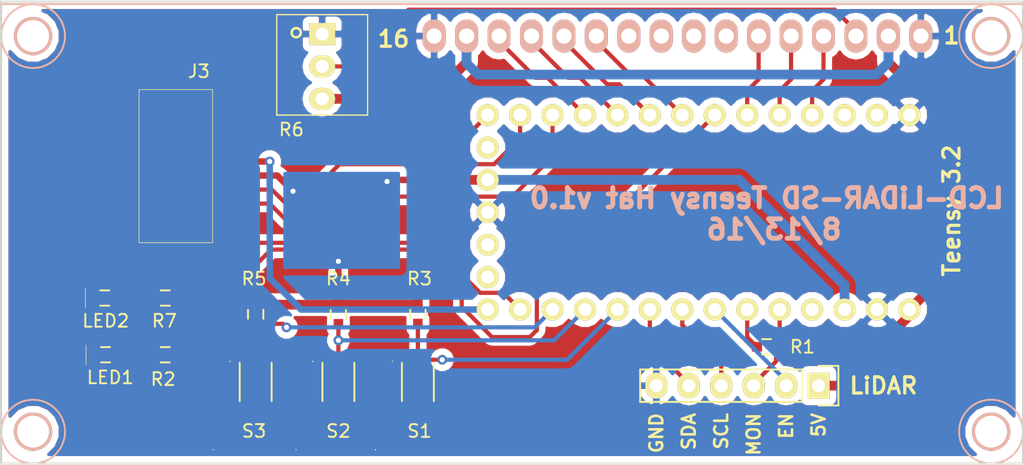
<source format=kicad_pcb>
(kicad_pcb (version 4) (host pcbnew 4.0.1-3.201512221402+6198~38~ubuntu14.04.1-stable)

  (general
    (links 49)
    (no_connects 0)
    (area 97.527699 97.028 178.077541 133.632621)
    (thickness 1.6)
    (drawings 15)
    (tracks 140)
    (zones 0)
    (modules 16)
    (nets 28)
  )

  (page A4)
  (layers
    (0 F.Cu signal)
    (31 B.Cu signal)
    (32 B.Adhes user)
    (33 F.Adhes user)
    (34 B.Paste user)
    (35 F.Paste user)
    (36 B.SilkS user)
    (37 F.SilkS user)
    (38 B.Mask user)
    (39 F.Mask user)
    (40 Dwgs.User user hide)
    (41 Cmts.User user hide)
    (42 Eco1.User user hide)
    (43 Eco2.User user hide)
    (44 Edge.Cuts user)
    (45 Margin user hide)
    (46 B.CrtYd user)
    (47 F.CrtYd user)
    (48 B.Fab user)
    (49 F.Fab user)
  )

  (setup
    (last_trace_width 0.3302)
    (user_trace_width 0.1524)
    (user_trace_width 0.254)
    (user_trace_width 0.3302)
    (user_trace_width 0.508)
    (user_trace_width 0.762)
    (user_trace_width 1.27)
    (trace_clearance 0.2)
    (zone_clearance 0.508)
    (zone_45_only no)
    (trace_min 0.1524)
    (segment_width 0.2)
    (edge_width 0.15)
    (via_size 0.762)
    (via_drill 0.4)
    (via_min_size 0.6858)
    (via_min_drill 0.3302)
    (user_via 0.6858 0.3302)
    (user_via 0.762 0.4064)
    (user_via 0.8636 0.508)
    (uvia_size 0.3)
    (uvia_drill 0.1)
    (uvias_allowed no)
    (uvia_min_size 0)
    (uvia_min_drill 0)
    (pcb_text_width 0.3)
    (pcb_text_size 1.5 1.5)
    (mod_edge_width 0.15)
    (mod_text_size 1 1)
    (mod_text_width 0.15)
    (pad_size 1.524 1.524)
    (pad_drill 0.762)
    (pad_to_mask_clearance 0.2)
    (aux_axis_origin 0 0)
    (visible_elements FFFEDF7D)
    (pcbplotparams
      (layerselection 0x3d0fc_80000001)
      (usegerberextensions true)
      (excludeedgelayer true)
      (linewidth 0.100000)
      (plotframeref false)
      (viasonmask false)
      (mode 1)
      (useauxorigin false)
      (hpglpennumber 1)
      (hpglpenspeed 20)
      (hpglpendiameter 15)
      (hpglpenoverlay 2)
      (psnegative false)
      (psa4output false)
      (plotreference true)
      (plotvalue true)
      (plotinvisibletext false)
      (padsonsilk false)
      (subtractmaskfromsilk false)
      (outputformat 1)
      (mirror false)
      (drillshape 0)
      (scaleselection 1)
      (outputdirectory gerbers))
  )

  (net 0 "")
  (net 1 GND)
  (net 2 /LCD_RS)
  (net 3 /LCD_RW)
  (net 4 /LCD_EN)
  (net 5 /LED1)
  (net 6 /LCD_D4)
  (net 7 /LCD_D5)
  (net 8 /LCD_D6)
  (net 9 /LCD_D7)
  (net 10 /SD_CS)
  (net 11 /MOSI)
  (net 12 /MISO)
  (net 13 +3V3)
  (net 14 /SCLK)
  (net 15 /BUTTON2)
  (net 16 /SDA)
  (net 17 /BUTTON1)
  (net 18 /LIDAR_MONITOR)
  (net 19 +5V)
  (net 20 /LIDAR_TRIGGER)
  (net 21 /LIDAR_EN)
  (net 22 /SCL)
  (net 23 /LED2)
  (net 24 /BUTTON3)
  (net 25 "Net-(LCD1-Pad3)")
  (net 26 "Net-(LED1-Pad2)")
  (net 27 "Net-(LED2-Pad2)")

  (net_class Default "This is the default net class."
    (clearance 0.2)
    (trace_width 0.25)
    (via_dia 0.762)
    (via_drill 0.4)
    (uvia_dia 0.3)
    (uvia_drill 0.1)
    (add_net +3V3)
    (add_net +5V)
    (add_net /BUTTON1)
    (add_net /BUTTON2)
    (add_net /BUTTON3)
    (add_net /LCD_D4)
    (add_net /LCD_D5)
    (add_net /LCD_D6)
    (add_net /LCD_D7)
    (add_net /LCD_EN)
    (add_net /LCD_RS)
    (add_net /LCD_RW)
    (add_net /LED1)
    (add_net /LED2)
    (add_net /LIDAR_EN)
    (add_net /LIDAR_MONITOR)
    (add_net /LIDAR_TRIGGER)
    (add_net /MISO)
    (add_net /MOSI)
    (add_net /SCL)
    (add_net /SCLK)
    (add_net /SDA)
    (add_net /SD_CS)
    (add_net GND)
    (add_net "Net-(LCD1-Pad3)")
    (add_net "Net-(LED1-Pad2)")
    (add_net "Net-(LED2-Pad2)")
  )

  (module Wickerlib:TEENSY-3.2-NOSILK (layer F.Cu) (tedit 57AFBA27) (tstamp 57AFB7C0)
    (at 158.75 116.205 270)
    (path /579D6E55)
    (fp_text reference J1 (at -2 0 270) (layer F.Fab)
      (effects (font (size 1 1) (thickness 0.15)))
    )
    (fp_text value TEENSY3.2-72MHz (at -2.54 20.32 270) (layer F.Fab) hide
      (effects (font (size 1 1) (thickness 0.15)))
    )
    (fp_line (start 0 -9.5) (end 0 -11.5) (layer F.Fab) (width 0.05))
    (fp_line (start -4.5 -9.5) (end 0 -9.5) (layer F.Fab) (width 0.05))
    (fp_line (start -4.5 -11.5) (end -4.5 -9.5) (layer F.Fab) (width 0.05))
    (fp_line (start -11.5 24) (end 6.5 24) (layer F.Fab) (width 0.05))
    (fp_line (start -11.5 -11.5) (end -11.5 24) (layer F.Fab) (width 0.05))
    (fp_line (start 6.5 -11.5) (end -11.5 -11.5) (layer F.Fab) (width 0.05))
    (fp_line (start 6.5 24) (end 6.5 -11.5) (layer F.Fab) (width 0.05))
    (fp_text user %R (at 2.54 25.4 270) (layer F.SilkS) hide
      (effects (font (size 1 1) (thickness 0.15)))
    )
    (fp_line (start -11.43 24.13) (end 6.35 24.13) (layer F.CrtYd) (width 0.1524))
    (fp_line (start -11.43 -11.43) (end -11.43 24.13) (layer F.CrtYd) (width 0.1524))
    (fp_line (start 6.35 -11.43) (end -11.43 -11.43) (layer F.CrtYd) (width 0.1524))
    (fp_line (start 6.35 24.13) (end 6.35 -11.43) (layer F.CrtYd) (width 0.1524))
    (pad G1 thru_hole circle (at -10.16 -10.16 270) (size 1.7272 1.7272) (drill 1.016) (layers *.Cu *.Mask F.SilkS)
      (net 1 GND))
    (pad 0 thru_hole circle (at -10.16 -7.62 270) (size 1.7272 1.7272) (drill 1.016) (layers *.Cu *.Mask F.SilkS))
    (pad 1 thru_hole circle (at -10.16 -5.08 270) (size 1.7272 1.7272) (drill 1.016) (layers *.Cu *.Mask F.SilkS))
    (pad 2 thru_hole circle (at -10.16 -2.54 270) (size 1.7272 1.7272) (drill 1.016) (layers *.Cu *.Mask F.SilkS)
      (net 2 /LCD_RS))
    (pad 3 thru_hole circle (at -10.16 0 270) (size 1.7272 1.7272) (drill 1.016) (layers *.Cu *.Mask F.SilkS)
      (net 3 /LCD_RW))
    (pad 4 thru_hole circle (at -10.16 2.54 270) (size 1.7272 1.7272) (drill 1.016) (layers *.Cu *.Mask F.SilkS)
      (net 4 /LCD_EN))
    (pad 5 thru_hole circle (at -10.16 5.08 270) (size 1.7272 1.7272) (drill 1.016) (layers *.Cu *.Mask F.SilkS)
      (net 5 /LED1))
    (pad 6 thru_hole circle (at -10.16 7.62 270) (size 1.7272 1.7272) (drill 1.016) (layers *.Cu *.Mask F.SilkS)
      (net 6 /LCD_D4))
    (pad 7 thru_hole circle (at -10.16 10.16 270) (size 1.7272 1.7272) (drill 1.016) (layers *.Cu *.Mask F.SilkS)
      (net 7 /LCD_D5))
    (pad 8 thru_hole circle (at -10.16 12.7 270) (size 1.7272 1.7272) (drill 1.016) (layers *.Cu *.Mask F.SilkS)
      (net 8 /LCD_D6))
    (pad 9 thru_hole circle (at -10.16 15.24 270) (size 1.7272 1.7272) (drill 1.016) (layers *.Cu *.Mask F.SilkS)
      (net 9 /LCD_D7))
    (pad 10 thru_hole circle (at -10.16 17.78 270) (size 1.7272 1.7272) (drill 1.016) (layers *.Cu *.Mask F.SilkS)
      (net 10 /SD_CS))
    (pad 11 thru_hole circle (at -10.16 20.32 270) (size 1.7272 1.7272) (drill 1.016) (layers *.Cu *.Mask F.SilkS)
      (net 11 /MOSI))
    (pad 12 thru_hole circle (at -10.16 22.86 270) (size 1.7272 1.7272) (drill 1.016) (layers *.Cu *.Mask F.SilkS)
      (net 12 /MISO))
    (pad VBAT thru_hole circle (at -7.62 22.86 270) (size 1.7272 1.7272) (drill 1.016) (layers *.Cu *.Mask F.SilkS))
    (pad 3V1 thru_hole circle (at -5.08 22.86 270) (size 1.7272 1.7272) (drill 1.016) (layers *.Cu *.Mask F.SilkS)
      (net 13 +3V3))
    (pad G2 thru_hole circle (at -2.54 22.86 270) (size 1.7272 1.7272) (drill 1.016) (layers *.Cu *.Mask F.SilkS)
      (net 1 GND))
    (pad PGM thru_hole circle (at 0 22.86 270) (size 1.7272 1.7272) (drill 1.016) (layers *.Cu *.Mask F.SilkS))
    (pad DAC thru_hole circle (at 2.54 22.86 270) (size 1.7272 1.7272) (drill 1.016) (layers *.Cu *.Mask F.SilkS))
    (pad 13 thru_hole circle (at 5.08 22.86 270) (size 1.7272 1.7272) (drill 1.016) (layers *.Cu *.Mask F.SilkS)
      (net 14 /SCLK))
    (pad 16 thru_hole circle (at 5.08 15.24 270) (size 1.7272 1.7272) (drill 1.016) (layers *.Cu *.Mask F.SilkS)
      (net 15 /BUTTON2))
    (pad 3V2 thru_hole circle (at 5.08 -5.08 270) (size 1.7272 1.7272) (drill 1.016) (layers *.Cu *.Mask F.SilkS)
      (net 13 +3V3))
    (pad 18 thru_hole circle (at 5.08 10.16 270) (size 1.7272 1.7272) (drill 1.016) (layers *.Cu *.Mask F.SilkS)
      (net 16 /SDA))
    (pad 17 thru_hole circle (at 5.08 12.7 270) (size 1.7272 1.7272) (drill 1.016) (layers *.Cu *.Mask F.SilkS)
      (net 17 /BUTTON1))
    (pad AG thru_hole circle (at 5.08 -7.62 270) (size 1.7272 1.7272) (drill 1.016) (layers *.Cu *.Mask F.SilkS)
      (net 1 GND))
    (pad 22 thru_hole circle (at 5.08 0 270) (size 1.7272 1.7272) (drill 1.016) (layers *.Cu *.Mask F.SilkS)
      (net 18 /LIDAR_MONITOR))
    (pad VIN thru_hole circle (at 5.08 -10.16 270) (size 1.7272 1.7272) (drill 1.016) (layers *.Cu *.Mask F.SilkS)
      (net 19 +5V))
    (pad 21 thru_hole circle (at 5.08 2.54 270) (size 1.7272 1.7272) (drill 1.016) (layers *.Cu *.Mask F.SilkS)
      (net 20 /LIDAR_TRIGGER))
    (pad 20 thru_hole circle (at 5.08 5.08 270) (size 1.7272 1.7272) (drill 1.016) (layers *.Cu *.Mask F.SilkS)
      (net 21 /LIDAR_EN))
    (pad 19 thru_hole circle (at 5.08 7.62 270) (size 1.7272 1.7272) (drill 1.016) (layers *.Cu *.Mask F.SilkS)
      (net 22 /SCL))
    (pad 23 thru_hole circle (at 5.08 -2.54 270) (size 1.7272 1.7272) (drill 1.016) (layers *.Cu *.Mask F.SilkS))
    (pad 14 thru_hole circle (at 5.08 20.32 270) (size 1.7272 1.7272) (drill 1.016) (layers *.Cu *.Mask F.SilkS)
      (net 23 /LED2))
    (pad 15 thru_hole circle (at 5.08 17.78 270) (size 1.7272 1.7272) (drill 1.016) (layers *.Cu *.Mask F.SilkS)
      (net 24 /BUTTON3))
  )

  (module Wickerlib:CONN-HEADER-STRAIGHT-P2.54MM-1x06 (layer F.Cu) (tedit 57AFB99F) (tstamp 57AFB7CA)
    (at 161.798 127.254 270)
    (descr "Through hole pin header")
    (tags "pin header")
    (path /57AFB718)
    (fp_text reference J2 (at 0.17 8.39 360) (layer F.Fab)
      (effects (font (size 1 1) (thickness 0.15)))
    )
    (fp_text value LIDAR-LITE (at -2.63 6.86 360) (layer F.Fab) hide
      (effects (font (size 1 1) (thickness 0.15)))
    )
    (fp_circle (center 0 0) (end 0.254 0.254) (layer F.Fab) (width 0.3))
    (fp_text user %R (at 0.14 -2.74 270) (layer F.SilkS) hide
      (effects (font (size 1 1) (thickness 0.15)))
    )
    (fp_line (start -1.75 -1.75) (end -1.75 14.45) (layer F.CrtYd) (width 0.05))
    (fp_line (start 1.75 -1.75) (end 1.75 14.45) (layer F.CrtYd) (width 0.05))
    (fp_line (start -1.75 -1.75) (end 1.75 -1.75) (layer F.CrtYd) (width 0.05))
    (fp_line (start -1.75 14.45) (end 1.75 14.45) (layer F.CrtYd) (width 0.05))
    (fp_line (start 1.27 1.27) (end 1.27 13.97) (layer F.SilkS) (width 0.15))
    (fp_line (start 1.27 13.97) (end -1.27 13.97) (layer F.SilkS) (width 0.15))
    (fp_line (start -1.27 13.97) (end -1.27 1.27) (layer F.SilkS) (width 0.15))
    (fp_line (start 1.55 -1.55) (end 1.55 0) (layer F.SilkS) (width 0.15))
    (fp_line (start 1.27 1.27) (end -1.27 1.27) (layer F.SilkS) (width 0.15))
    (fp_line (start -1.55 0) (end -1.55 -1.55) (layer F.SilkS) (width 0.15))
    (fp_line (start -1.55 -1.55) (end 1.55 -1.55) (layer F.SilkS) (width 0.15))
    (fp_line (start -1.75 -1.75) (end -1.75 14.45) (layer F.Fab) (width 0.05))
    (fp_line (start -1.76 -1.74) (end 1.74 -1.74) (layer F.Fab) (width 0.05))
    (fp_line (start 1.73 -1.76) (end 1.73 14.44) (layer F.Fab) (width 0.05))
    (fp_line (start -1.77 14.43) (end 1.73 14.43) (layer F.Fab) (width 0.05))
    (pad 1 thru_hole rect (at 0 0 270) (size 2.032 1.7272) (drill 1.016) (layers *.Cu *.Mask F.SilkS)
      (net 19 +5V))
    (pad 2 thru_hole oval (at 0 2.54 270) (size 2.032 1.7272) (drill 1.016) (layers *.Cu *.Mask F.SilkS)
      (net 21 /LIDAR_EN))
    (pad 3 thru_hole oval (at 0 5.08 270) (size 2.032 1.7272) (drill 1.016) (layers *.Cu *.Mask F.SilkS)
      (net 18 /LIDAR_MONITOR))
    (pad 4 thru_hole oval (at 0 7.62 270) (size 2.032 1.7272) (drill 1.016) (layers *.Cu *.Mask F.SilkS)
      (net 22 /SCL))
    (pad 5 thru_hole oval (at 0 10.16 270) (size 2.032 1.7272) (drill 1.016) (layers *.Cu *.Mask F.SilkS)
      (net 16 /SDA))
    (pad 6 thru_hole oval (at 0 12.7 270) (size 2.032 1.7272) (drill 1.016) (layers *.Cu *.Mask F.SilkS)
      (net 1 GND))
  )

  (module Wickerlib:LCD-1602A locked (layer B.Cu) (tedit 57902DAA) (tstamp 57AFB7F5)
    (at 169.80154 99.85502 180)
    (descr http://www.kamami.pl/dl/wc1602a0.pdf)
    (tags "LCD 16x2 Alphanumeric 16pin")
    (path /579D6F47)
    (fp_text reference LCD1 (at 19.05 0 180) (layer B.Fab)
      (effects (font (size 1 1) (thickness 0.15)) (justify mirror))
    )
    (fp_text value LCD-16x2 (at 31.99892 -15.49908 180) (layer B.Fab) hide
      (effects (font (size 1 1) (thickness 0.15)) (justify mirror))
    )
    (fp_line (start 39.624 2.032) (end -1.524 2.032) (layer B.Fab) (width 0.05))
    (fp_line (start 39.624 -1.778) (end 39.624 2.032) (layer B.Fab) (width 0.05))
    (fp_line (start -1.524 -1.778) (end 39.624 -1.778) (layer B.Fab) (width 0.05))
    (fp_line (start -1.524 2.032) (end -1.524 -1.778) (layer B.Fab) (width 0.05))
    (fp_line (start -1.524 2.032) (end -1.524 1.778) (layer B.CrtYd) (width 0.05))
    (fp_line (start 39.624 2.032) (end -1.524 2.032) (layer B.CrtYd) (width 0.05))
    (fp_line (start 39.624 -1.778) (end 39.624 2.032) (layer B.CrtYd) (width 0.05))
    (fp_line (start -1.524 -1.778) (end 39.624 -1.778) (layer B.CrtYd) (width 0.05))
    (fp_line (start -1.524 1.778) (end -1.524 -1.778) (layer B.CrtYd) (width 0.05))
    (fp_circle (center 69.49948 0) (end 71.99884 0) (layer B.SilkS) (width 0.15))
    (fp_circle (center 69.49948 -31.0007) (end 71.99884 -31.0007) (layer B.SilkS) (width 0.15))
    (fp_circle (center -5.4991 -31.0007) (end -8.001 -31.0007) (layer B.SilkS) (width 0.15))
    (fp_circle (center -5.4991 0) (end -2.99974 0) (layer B.SilkS) (width 0.15))
    (fp_line (start -8.001 2.49936) (end 71.99884 2.49936) (layer B.SilkS) (width 0.15))
    (fp_line (start 71.99884 2.49936) (end 71.99884 -33.50006) (layer B.SilkS) (width 0.15))
    (fp_line (start 71.99884 -33.50006) (end -8.001 -33.50006) (layer B.SilkS) (width 0.15))
    (fp_line (start -8.001 -33.50006) (end -8.001 2.49936) (layer B.SilkS) (width 0.15))
    (pad 1 thru_hole oval (at 0 0 180) (size 1.8 2.6) (drill 1.2) (layers *.Cu *.Mask B.SilkS)
      (net 1 GND))
    (pad 2 thru_hole oval (at 2.54 0 180) (size 1.8 2.6) (drill 1.2) (layers *.Cu *.Mask B.SilkS)
      (net 19 +5V))
    (pad 3 thru_hole oval (at 5.08 0 180) (size 1.8 2.6) (drill 1.2) (layers *.Cu *.Mask B.SilkS)
      (net 25 "Net-(LCD1-Pad3)"))
    (pad 4 thru_hole oval (at 7.62 0 180) (size 1.8 2.6) (drill 1.2) (layers *.Cu *.Mask B.SilkS)
      (net 2 /LCD_RS))
    (pad 5 thru_hole oval (at 10.16 0 180) (size 1.8 2.6) (drill 1.2) (layers *.Cu *.Mask B.SilkS)
      (net 3 /LCD_RW))
    (pad 6 thru_hole oval (at 12.7 0 180) (size 1.8 2.6) (drill 1.2) (layers *.Cu *.Mask B.SilkS)
      (net 4 /LCD_EN))
    (pad 7 thru_hole oval (at 15.24 0 180) (size 1.8 2.6) (drill 1.2) (layers *.Cu *.Mask B.SilkS))
    (pad 8 thru_hole oval (at 17.78 0 180) (size 1.8 2.6) (drill 1.2) (layers *.Cu *.Mask B.SilkS))
    (pad 9 thru_hole oval (at 20.32 0 180) (size 1.8 2.6) (drill 1.2) (layers *.Cu *.Mask B.SilkS))
    (pad 10 thru_hole oval (at 22.86 0 180) (size 1.8 2.6) (drill 1.2) (layers *.Cu *.Mask B.SilkS))
    (pad 11 thru_hole oval (at 25.4 0 180) (size 1.8 2.6) (drill 1.2) (layers *.Cu *.Mask B.SilkS)
      (net 6 /LCD_D4))
    (pad 12 thru_hole oval (at 27.94 0 180) (size 1.8 2.6) (drill 1.2) (layers *.Cu *.Mask B.SilkS)
      (net 7 /LCD_D5))
    (pad 13 thru_hole oval (at 30.48 0 180) (size 1.8 2.6) (drill 1.2) (layers *.Cu *.Mask B.SilkS)
      (net 8 /LCD_D6))
    (pad 14 thru_hole oval (at 33.02 0 180) (size 1.8 2.6) (drill 1.2) (layers *.Cu *.Mask B.SilkS)
      (net 9 /LCD_D7))
    (pad 15 thru_hole oval (at 35.56 0 180) (size 1.8 2.6) (drill 1.2) (layers *.Cu *.Mask B.SilkS)
      (net 19 +5V))
    (pad 16 thru_hole oval (at 38.1 0 180) (size 1.8 2.6) (drill 1.2) (layers *.Cu *.Mask B.SilkS)
      (net 1 GND))
    (pad 0 thru_hole circle (at -5.4991 0 180) (size 3 3) (drill 2.5) (layers *.Cu *.Mask B.SilkS))
    (pad 0 thru_hole circle (at -5.4991 -31.0007 180) (size 3 3) (drill 2.5) (layers *.Cu *.Mask B.SilkS))
    (pad 0 thru_hole circle (at 69.49948 -31.0007 180) (size 3 3) (drill 2.5) (layers *.Cu *.Mask B.SilkS))
    (pad 0 thru_hole circle (at 69.49948 0 180) (size 3 3) (drill 2.5) (layers *.Cu *.Mask B.SilkS))
  )

  (module Wickerlib:LED-0603-SMD (layer F.Cu) (tedit 57903B26) (tstamp 57AFB7FB)
    (at 105.977666 124.828528)
    (descr "Capacitor SMD 0603, reflow soldering, AVX (see smccp.pdf)")
    (tags "capacitor 0603")
    (path /57AFBDDD)
    (attr smd)
    (fp_text reference LED1 (at 0.09 0.04) (layer F.Fab)
      (effects (font (size 0.8 0.8) (thickness 0.15)))
    )
    (fp_text value AMBER (at 0 1.9) (layer F.Fab) hide
      (effects (font (size 1 1) (thickness 0.15)))
    )
    (fp_line (start -1.524 0.762) (end -1.524 -0.762) (layer F.SilkS) (width 0.05))
    (fp_line (start -2.032 -0.762) (end -2.032 0.762) (layer F.Fab) (width 0.05))
    (fp_text user %R (at 0.369 1.778) (layer F.SilkS)
      (effects (font (size 1 1) (thickness 0.15)))
    )
    (fp_line (start -1.778 -0.762) (end 2.032 -0.762) (layer F.Fab) (width 0.05))
    (fp_line (start -1.45 0.75) (end 1.45 0.75) (layer F.CrtYd) (width 0.05))
    (fp_line (start -1.45 -0.75) (end -1.45 0.75) (layer F.CrtYd) (width 0.05))
    (fp_line (start 1.45 -0.75) (end 1.45 0.75) (layer F.CrtYd) (width 0.05))
    (fp_line (start -0.35 -0.6) (end 0.35 -0.6) (layer F.SilkS) (width 0.15))
    (fp_line (start 0.35 0.6) (end -0.35 0.6) (layer F.SilkS) (width 0.15))
    (fp_line (start -1.45 -0.75) (end 1.45 -0.762) (layer F.CrtYd) (width 0.05))
    (fp_line (start -1.778 -0.75) (end -1.778 0.75) (layer F.Fab) (width 0.05))
    (fp_line (start 2.032 -0.75) (end 2.032 0.75) (layer F.Fab) (width 0.05))
    (fp_line (start -1.778 0.762) (end 2.032 0.762) (layer F.Fab) (width 0.05))
    (pad 1 smd rect (at -0.75 0) (size 0.8 0.75) (layers F.Cu F.Paste F.Mask)
      (net 1 GND))
    (pad 2 smd rect (at 0.75 0) (size 0.8 0.75) (layers F.Cu F.Paste F.Mask)
      (net 26 "Net-(LED1-Pad2)"))
  )

  (module Wickerlib:LED-0603-SMD (layer F.Cu) (tedit 57903B26) (tstamp 57AFB801)
    (at 105.918 120.383528)
    (descr "Capacitor SMD 0603, reflow soldering, AVX (see smccp.pdf)")
    (tags "capacitor 0603")
    (path /57B0513E)
    (attr smd)
    (fp_text reference LED2 (at 0.09 0.04) (layer F.Fab)
      (effects (font (size 0.8 0.8) (thickness 0.15)))
    )
    (fp_text value AMBER (at 0 1.9) (layer F.Fab) hide
      (effects (font (size 1 1) (thickness 0.15)))
    )
    (fp_line (start -1.524 0.762) (end -1.524 -0.762) (layer F.SilkS) (width 0.05))
    (fp_line (start -2.032 -0.762) (end -2.032 0.762) (layer F.Fab) (width 0.05))
    (fp_text user %R (at 0.07 1.790472) (layer F.SilkS)
      (effects (font (size 1 1) (thickness 0.15)))
    )
    (fp_line (start -1.778 -0.762) (end 2.032 -0.762) (layer F.Fab) (width 0.05))
    (fp_line (start -1.45 0.75) (end 1.45 0.75) (layer F.CrtYd) (width 0.05))
    (fp_line (start -1.45 -0.75) (end -1.45 0.75) (layer F.CrtYd) (width 0.05))
    (fp_line (start 1.45 -0.75) (end 1.45 0.75) (layer F.CrtYd) (width 0.05))
    (fp_line (start -0.35 -0.6) (end 0.35 -0.6) (layer F.SilkS) (width 0.15))
    (fp_line (start 0.35 0.6) (end -0.35 0.6) (layer F.SilkS) (width 0.15))
    (fp_line (start -1.45 -0.75) (end 1.45 -0.762) (layer F.CrtYd) (width 0.05))
    (fp_line (start -1.778 -0.75) (end -1.778 0.75) (layer F.Fab) (width 0.05))
    (fp_line (start 2.032 -0.75) (end 2.032 0.75) (layer F.Fab) (width 0.05))
    (fp_line (start -1.778 0.762) (end 2.032 0.762) (layer F.Fab) (width 0.05))
    (pad 1 smd rect (at -0.75 0) (size 0.8 0.75) (layers F.Cu F.Paste F.Mask)
      (net 1 GND))
    (pad 2 smd rect (at 0.75 0) (size 0.8 0.75) (layers F.Cu F.Paste F.Mask)
      (net 27 "Net-(LED2-Pad2)"))
  )

  (module Wickerlib:RLC-0603-SMD (layer F.Cu) (tedit 579029AB) (tstamp 57AFB807)
    (at 157.722 124.206)
    (descr "Capacitor SMD RLC-0603-SMD, reflow soldering, AVX (see smccp.pdf)")
    (tags "capacitor RLC-0603-SMD")
    (path /57AFEF7E)
    (attr smd)
    (fp_text reference R1 (at 0.09 0.04) (layer F.Fab)
      (effects (font (size 0.8 0.8) (thickness 0.15)))
    )
    (fp_text value 1K (at 0 1.9) (layer F.Fab) hide
      (effects (font (size 1 1) (thickness 0.15)))
    )
    (fp_text user %R (at 2.806 0) (layer F.SilkS)
      (effects (font (size 1 1) (thickness 0.15)))
    )
    (fp_line (start -1.45 -0.75) (end 1.45 -0.75) (layer F.Fab) (width 0.05))
    (fp_line (start -1.45 0.75) (end 1.45 0.75) (layer F.CrtYd) (width 0.05))
    (fp_line (start -1.45 -0.75) (end -1.45 0.75) (layer F.CrtYd) (width 0.05))
    (fp_line (start 1.45 -0.75) (end 1.45 0.75) (layer F.CrtYd) (width 0.05))
    (fp_line (start -0.35 -0.6) (end 0.35 -0.6) (layer F.SilkS) (width 0.15))
    (fp_line (start 0.35 0.6) (end -0.35 0.6) (layer F.SilkS) (width 0.15))
    (fp_line (start -1.45 -0.75) (end 1.45 -0.75) (layer F.CrtYd) (width 0.05))
    (fp_line (start -1.45 -0.75) (end -1.45 0.75) (layer F.Fab) (width 0.05))
    (fp_line (start 1.45 -0.75) (end 1.45 0.75) (layer F.Fab) (width 0.05))
    (fp_line (start -1.45 0.75) (end 1.45 0.75) (layer F.Fab) (width 0.05))
    (pad 1 smd rect (at -0.75 0) (size 0.8 0.75) (layers F.Cu F.Paste F.Mask)
      (net 20 /LIDAR_TRIGGER))
    (pad 2 smd rect (at 0.75 0) (size 0.8 0.75) (layers F.Cu F.Paste F.Mask)
      (net 18 /LIDAR_MONITOR))
  )

  (module Wickerlib:RLC-0603-SMD (layer F.Cu) (tedit 579029AB) (tstamp 57AFB80D)
    (at 110.652666 124.828528 180)
    (descr "Capacitor SMD RLC-0603-SMD, reflow soldering, AVX (see smccp.pdf)")
    (tags "capacitor RLC-0603-SMD")
    (path /57AFBEBD)
    (attr smd)
    (fp_text reference R2 (at 0.09 0.04 180) (layer F.Fab)
      (effects (font (size 0.8 0.8) (thickness 0.15)))
    )
    (fp_text value 1K (at 0 1.9 180) (layer F.Fab) hide
      (effects (font (size 1 1) (thickness 0.15)))
    )
    (fp_text user %R (at 0.162666 -1.917472 180) (layer F.SilkS)
      (effects (font (size 1 1) (thickness 0.15)))
    )
    (fp_line (start -1.45 -0.75) (end 1.45 -0.75) (layer F.Fab) (width 0.05))
    (fp_line (start -1.45 0.75) (end 1.45 0.75) (layer F.CrtYd) (width 0.05))
    (fp_line (start -1.45 -0.75) (end -1.45 0.75) (layer F.CrtYd) (width 0.05))
    (fp_line (start 1.45 -0.75) (end 1.45 0.75) (layer F.CrtYd) (width 0.05))
    (fp_line (start -0.35 -0.6) (end 0.35 -0.6) (layer F.SilkS) (width 0.15))
    (fp_line (start 0.35 0.6) (end -0.35 0.6) (layer F.SilkS) (width 0.15))
    (fp_line (start -1.45 -0.75) (end 1.45 -0.75) (layer F.CrtYd) (width 0.05))
    (fp_line (start -1.45 -0.75) (end -1.45 0.75) (layer F.Fab) (width 0.05))
    (fp_line (start 1.45 -0.75) (end 1.45 0.75) (layer F.Fab) (width 0.05))
    (fp_line (start -1.45 0.75) (end 1.45 0.75) (layer F.Fab) (width 0.05))
    (pad 1 smd rect (at -0.75 0 180) (size 0.8 0.75) (layers F.Cu F.Paste F.Mask)
      (net 5 /LED1))
    (pad 2 smd rect (at 0.75 0 180) (size 0.8 0.75) (layers F.Cu F.Paste F.Mask)
      (net 26 "Net-(LED1-Pad2)"))
  )

  (module Wickerlib:RLC-0603-SMD (layer F.Cu) (tedit 579029AB) (tstamp 57AFB813)
    (at 130.429 121.654 270)
    (descr "Capacitor SMD RLC-0603-SMD, reflow soldering, AVX (see smccp.pdf)")
    (tags "capacitor RLC-0603-SMD")
    (path /57AFC14D)
    (attr smd)
    (fp_text reference R3 (at 0.09 0.04 270) (layer F.Fab)
      (effects (font (size 0.8 0.8) (thickness 0.15)))
    )
    (fp_text value 1K (at 0 1.9 270) (layer F.Fab) hide
      (effects (font (size 1 1) (thickness 0.15)))
    )
    (fp_text user %R (at -2.782 -0.127 360) (layer F.SilkS)
      (effects (font (size 1 1) (thickness 0.15)))
    )
    (fp_line (start -1.45 -0.75) (end 1.45 -0.75) (layer F.Fab) (width 0.05))
    (fp_line (start -1.45 0.75) (end 1.45 0.75) (layer F.CrtYd) (width 0.05))
    (fp_line (start -1.45 -0.75) (end -1.45 0.75) (layer F.CrtYd) (width 0.05))
    (fp_line (start 1.45 -0.75) (end 1.45 0.75) (layer F.CrtYd) (width 0.05))
    (fp_line (start -0.35 -0.6) (end 0.35 -0.6) (layer F.SilkS) (width 0.15))
    (fp_line (start 0.35 0.6) (end -0.35 0.6) (layer F.SilkS) (width 0.15))
    (fp_line (start -1.45 -0.75) (end 1.45 -0.75) (layer F.CrtYd) (width 0.05))
    (fp_line (start -1.45 -0.75) (end -1.45 0.75) (layer F.Fab) (width 0.05))
    (fp_line (start 1.45 -0.75) (end 1.45 0.75) (layer F.Fab) (width 0.05))
    (fp_line (start -1.45 0.75) (end 1.45 0.75) (layer F.Fab) (width 0.05))
    (pad 1 smd rect (at -0.75 0 270) (size 0.8 0.75) (layers F.Cu F.Paste F.Mask)
      (net 13 +3V3))
    (pad 2 smd rect (at 0.75 0 270) (size 0.8 0.75) (layers F.Cu F.Paste F.Mask)
      (net 17 /BUTTON1))
  )

  (module Wickerlib:RLC-0603-SMD (layer F.Cu) (tedit 579029AB) (tstamp 57AFB819)
    (at 124.206 121.678 270)
    (descr "Capacitor SMD RLC-0603-SMD, reflow soldering, AVX (see smccp.pdf)")
    (tags "capacitor RLC-0603-SMD")
    (path /57AFC516)
    (attr smd)
    (fp_text reference R4 (at 0.09 0.04 270) (layer F.Fab)
      (effects (font (size 0.8 0.8) (thickness 0.15)))
    )
    (fp_text value 1K (at 0 1.9 270) (layer F.Fab) hide
      (effects (font (size 1 1) (thickness 0.15)))
    )
    (fp_text user %R (at -2.806 0 360) (layer F.SilkS)
      (effects (font (size 1 1) (thickness 0.15)))
    )
    (fp_line (start -1.45 -0.75) (end 1.45 -0.75) (layer F.Fab) (width 0.05))
    (fp_line (start -1.45 0.75) (end 1.45 0.75) (layer F.CrtYd) (width 0.05))
    (fp_line (start -1.45 -0.75) (end -1.45 0.75) (layer F.CrtYd) (width 0.05))
    (fp_line (start 1.45 -0.75) (end 1.45 0.75) (layer F.CrtYd) (width 0.05))
    (fp_line (start -0.35 -0.6) (end 0.35 -0.6) (layer F.SilkS) (width 0.15))
    (fp_line (start 0.35 0.6) (end -0.35 0.6) (layer F.SilkS) (width 0.15))
    (fp_line (start -1.45 -0.75) (end 1.45 -0.75) (layer F.CrtYd) (width 0.05))
    (fp_line (start -1.45 -0.75) (end -1.45 0.75) (layer F.Fab) (width 0.05))
    (fp_line (start 1.45 -0.75) (end 1.45 0.75) (layer F.Fab) (width 0.05))
    (fp_line (start -1.45 0.75) (end 1.45 0.75) (layer F.Fab) (width 0.05))
    (pad 1 smd rect (at -0.75 0 270) (size 0.8 0.75) (layers F.Cu F.Paste F.Mask)
      (net 13 +3V3))
    (pad 2 smd rect (at 0.75 0 270) (size 0.8 0.75) (layers F.Cu F.Paste F.Mask)
      (net 15 /BUTTON2))
  )

  (module Wickerlib:RLC-0603-SMD (layer F.Cu) (tedit 579029AB) (tstamp 57AFB81F)
    (at 117.729 121.654 270)
    (descr "Capacitor SMD RLC-0603-SMD, reflow soldering, AVX (see smccp.pdf)")
    (tags "capacitor RLC-0603-SMD")
    (path /57AFC6CF)
    (attr smd)
    (fp_text reference R5 (at 0.09 0.04 270) (layer F.Fab)
      (effects (font (size 0.8 0.8) (thickness 0.15)))
    )
    (fp_text value 1K (at 0 1.9 270) (layer F.Fab) hide
      (effects (font (size 1 1) (thickness 0.15)))
    )
    (fp_text user %R (at -2.782 0.127 360) (layer F.SilkS)
      (effects (font (size 1 1) (thickness 0.15)))
    )
    (fp_line (start -1.45 -0.75) (end 1.45 -0.75) (layer F.Fab) (width 0.05))
    (fp_line (start -1.45 0.75) (end 1.45 0.75) (layer F.CrtYd) (width 0.05))
    (fp_line (start -1.45 -0.75) (end -1.45 0.75) (layer F.CrtYd) (width 0.05))
    (fp_line (start 1.45 -0.75) (end 1.45 0.75) (layer F.CrtYd) (width 0.05))
    (fp_line (start -0.35 -0.6) (end 0.35 -0.6) (layer F.SilkS) (width 0.15))
    (fp_line (start 0.35 0.6) (end -0.35 0.6) (layer F.SilkS) (width 0.15))
    (fp_line (start -1.45 -0.75) (end 1.45 -0.75) (layer F.CrtYd) (width 0.05))
    (fp_line (start -1.45 -0.75) (end -1.45 0.75) (layer F.Fab) (width 0.05))
    (fp_line (start 1.45 -0.75) (end 1.45 0.75) (layer F.Fab) (width 0.05))
    (fp_line (start -1.45 0.75) (end 1.45 0.75) (layer F.Fab) (width 0.05))
    (pad 1 smd rect (at -0.75 0 270) (size 0.8 0.75) (layers F.Cu F.Paste F.Mask)
      (net 13 +3V3))
    (pad 2 smd rect (at 0.75 0 270) (size 0.8 0.75) (layers F.Cu F.Paste F.Mask)
      (net 24 /BUTTON3))
  )

  (module Wickerlib:RES-TRIMPOT-BOURNS-3362-SQUARE-TH-CENTER (layer F.Cu) (tedit 5790459A) (tstamp 57AFB826)
    (at 122.936 102.235)
    (descr "Through hole pin header")
    (tags "pin header")
    (path /579D7214)
    (fp_text reference R6 (at 0 0 90) (layer F.Fab)
      (effects (font (size 1 1) (thickness 0.15)))
    )
    (fp_text value 10K (at 0.508 0.254 90) (layer F.Fab) hide
      (effects (font (size 1 1) (thickness 0.15)))
    )
    (fp_line (start 3.556 -3.81) (end 3.556 -4.064) (layer F.SilkS) (width 0.1016))
    (fp_line (start 3.556 3.81) (end 3.556 -3.81) (layer F.SilkS) (width 0.1016))
    (fp_line (start -3.556 3.81) (end 3.556 3.81) (layer F.SilkS) (width 0.1016))
    (fp_line (start -3.556 -4.064) (end -3.556 3.81) (layer F.SilkS) (width 0.1016))
    (fp_line (start 3.556 -4.064) (end -3.556 -4.064) (layer F.SilkS) (width 0.1016))
    (fp_circle (center 0 -2.54) (end 0.254 -2.286) (layer F.Fab) (width 0.2))
    (fp_text user %R (at -2.413 4.953) (layer F.SilkS)
      (effects (font (size 1 1) (thickness 0.15)))
    )
    (fp_line (start 3.556 3.81) (end 3.556 -4.064) (layer F.Fab) (width 0.05))
    (fp_line (start -3.556 3.81) (end 3.556 3.81) (layer F.Fab) (width 0.05))
    (fp_line (start -3.556 -4.064) (end -3.556 3.81) (layer F.Fab) (width 0.05))
    (fp_line (start 3.556 -4.064) (end -3.556 -4.064) (layer F.Fab) (width 0.05))
    (fp_circle (center -2.032 -2.64521) (end -1.778 -2.39121) (layer F.SilkS) (width 0.2))
    (pad 1 thru_hole rect (at 0 -2.54) (size 2.032 1.7272) (drill 1.016) (layers *.Cu *.Mask F.SilkS)
      (net 1 GND))
    (pad 2 thru_hole oval (at 0 0) (size 2.032 1.7272) (drill 1.016) (layers *.Cu *.Mask F.SilkS)
      (net 25 "Net-(LCD1-Pad3)"))
    (pad 3 thru_hole oval (at 0 2.54) (size 2.032 1.7272) (drill 1.016) (layers *.Cu *.Mask F.SilkS)
      (net 19 +5V))
  )

  (module Wickerlib:RLC-0603-SMD (layer F.Cu) (tedit 579029AB) (tstamp 57AFB82C)
    (at 110.652666 120.383528 180)
    (descr "Capacitor SMD RLC-0603-SMD, reflow soldering, AVX (see smccp.pdf)")
    (tags "capacitor RLC-0603-SMD")
    (path /57B05151)
    (attr smd)
    (fp_text reference R7 (at 0.09 0.04 180) (layer F.Fab)
      (effects (font (size 0.8 0.8) (thickness 0.15)))
    )
    (fp_text value 1K (at 0 1.9 180) (layer F.Fab) hide
      (effects (font (size 1 1) (thickness 0.15)))
    )
    (fp_text user %R (at 0.07 -1.790472 180) (layer F.SilkS)
      (effects (font (size 1 1) (thickness 0.15)))
    )
    (fp_line (start -1.45 -0.75) (end 1.45 -0.75) (layer F.Fab) (width 0.05))
    (fp_line (start -1.45 0.75) (end 1.45 0.75) (layer F.CrtYd) (width 0.05))
    (fp_line (start -1.45 -0.75) (end -1.45 0.75) (layer F.CrtYd) (width 0.05))
    (fp_line (start 1.45 -0.75) (end 1.45 0.75) (layer F.CrtYd) (width 0.05))
    (fp_line (start -0.35 -0.6) (end 0.35 -0.6) (layer F.SilkS) (width 0.15))
    (fp_line (start 0.35 0.6) (end -0.35 0.6) (layer F.SilkS) (width 0.15))
    (fp_line (start -1.45 -0.75) (end 1.45 -0.75) (layer F.CrtYd) (width 0.05))
    (fp_line (start -1.45 -0.75) (end -1.45 0.75) (layer F.Fab) (width 0.05))
    (fp_line (start 1.45 -0.75) (end 1.45 0.75) (layer F.Fab) (width 0.05))
    (fp_line (start -1.45 0.75) (end 1.45 0.75) (layer F.Fab) (width 0.05))
    (pad 1 smd rect (at -0.75 0 180) (size 0.8 0.75) (layers F.Cu F.Paste F.Mask)
      (net 23 /LED2))
    (pad 2 smd rect (at 0.75 0 180) (size 0.8 0.75) (layers F.Cu F.Paste F.Mask)
      (net 27 "Net-(LED2-Pad2)"))
  )

  (module Wickerlib:SWITCH-OMRON-MOMENTARY-SMD-B3U-1000P (layer F.Cu) (tedit 57904124) (tstamp 57AFB832)
    (at 130.429 125.349 270)
    (descr SW-B3F-10XX)
    (tags "Omron B3F-10xx")
    (path /57AFBFD5)
    (fp_text reference S1 (at 1.778 0 270) (layer F.Fab)
      (effects (font (size 1 1) (thickness 0.15)))
    )
    (fp_text value BUTTON1 (at 1.524 0 270) (layer F.Fab) hide
      (effects (font (size 1 1) (thickness 0.15)))
    )
    (fp_text user %R (at 5.461 -0.127 360) (layer F.SilkS)
      (effects (font (size 1 1) (thickness 0.15)))
    )
    (fp_line (start -0.762 -1.524) (end 4.318 -1.524) (layer F.Fab) (width 0.05))
    (fp_line (start -0.762 1.524) (end -0.762 -1.524) (layer F.Fab) (width 0.05))
    (fp_line (start 4.318 1.524) (end -0.762 1.524) (layer F.Fab) (width 0.05))
    (fp_line (start 4.318 -1.524) (end 4.318 1.524) (layer F.Fab) (width 0.05))
    (fp_line (start 4.318 1.524) (end 4.318 -1.524) (layer F.CrtYd) (width 0.05))
    (fp_line (start -0.762 1.524) (end 4.318 1.524) (layer F.CrtYd) (width 0.05))
    (fp_line (start -0.762 -1.524) (end -0.762 1.524) (layer F.CrtYd) (width 0.05))
    (fp_line (start 4.318 -1.524) (end -0.762 -1.524) (layer F.CrtYd) (width 0.05))
    (fp_line (start 0.10668 1.25) (end 3.10668 1.25) (layer F.SilkS) (width 0.15))
    (fp_line (start 0.10668 -1.25) (end 3.10668 -1.25) (layer F.SilkS) (width 0.15))
    (fp_line (start 0 2) (end 0 2) (layer F.SilkS) (width 0))
    (fp_line (start 6.92202 3.31318) (end 6.92202 3.31318) (layer F.SilkS) (width 0))
    (pad 2 smd rect (at 3.4 0 270) (size 0.8 1.7) (layers F.Cu F.Paste F.Mask)
      (net 1 GND))
    (pad 1 smd rect (at 0 0 270) (size 0.8 1.7) (layers F.Cu F.Paste F.Mask)
      (net 17 /BUTTON1))
  )

  (module Wickerlib:SWITCH-OMRON-MOMENTARY-SMD-B3U-1000P (layer F.Cu) (tedit 57904124) (tstamp 57AFB838)
    (at 124.206 125.349 270)
    (descr SW-B3F-10XX)
    (tags "Omron B3F-10xx")
    (path /57AFC509)
    (fp_text reference S2 (at 1.778 0 270) (layer F.Fab)
      (effects (font (size 1 1) (thickness 0.15)))
    )
    (fp_text value BUTTON2 (at 1.524 0 270) (layer F.Fab) hide
      (effects (font (size 1 1) (thickness 0.15)))
    )
    (fp_text user %R (at 5.461 0 360) (layer F.SilkS)
      (effects (font (size 1 1) (thickness 0.15)))
    )
    (fp_line (start -0.762 -1.524) (end 4.318 -1.524) (layer F.Fab) (width 0.05))
    (fp_line (start -0.762 1.524) (end -0.762 -1.524) (layer F.Fab) (width 0.05))
    (fp_line (start 4.318 1.524) (end -0.762 1.524) (layer F.Fab) (width 0.05))
    (fp_line (start 4.318 -1.524) (end 4.318 1.524) (layer F.Fab) (width 0.05))
    (fp_line (start 4.318 1.524) (end 4.318 -1.524) (layer F.CrtYd) (width 0.05))
    (fp_line (start -0.762 1.524) (end 4.318 1.524) (layer F.CrtYd) (width 0.05))
    (fp_line (start -0.762 -1.524) (end -0.762 1.524) (layer F.CrtYd) (width 0.05))
    (fp_line (start 4.318 -1.524) (end -0.762 -1.524) (layer F.CrtYd) (width 0.05))
    (fp_line (start 0.10668 1.25) (end 3.10668 1.25) (layer F.SilkS) (width 0.15))
    (fp_line (start 0.10668 -1.25) (end 3.10668 -1.25) (layer F.SilkS) (width 0.15))
    (fp_line (start 0 2) (end 0 2) (layer F.SilkS) (width 0))
    (fp_line (start 6.92202 3.31318) (end 6.92202 3.31318) (layer F.SilkS) (width 0))
    (pad 2 smd rect (at 3.4 0 270) (size 0.8 1.7) (layers F.Cu F.Paste F.Mask)
      (net 1 GND))
    (pad 1 smd rect (at 0 0 270) (size 0.8 1.7) (layers F.Cu F.Paste F.Mask)
      (net 15 /BUTTON2))
  )

  (module Wickerlib:SWITCH-OMRON-MOMENTARY-SMD-B3U-1000P (layer F.Cu) (tedit 57904124) (tstamp 57AFB83E)
    (at 117.729 125.349 270)
    (descr SW-B3F-10XX)
    (tags "Omron B3F-10xx")
    (path /57AFC6C2)
    (fp_text reference S3 (at 1.778 0 270) (layer F.Fab)
      (effects (font (size 1 1) (thickness 0.15)))
    )
    (fp_text value BUTTON3 (at 1.524 0 270) (layer F.Fab) hide
      (effects (font (size 1 1) (thickness 0.15)))
    )
    (fp_text user %R (at 5.461 0.127 360) (layer F.SilkS)
      (effects (font (size 1 1) (thickness 0.15)))
    )
    (fp_line (start -0.762 -1.524) (end 4.318 -1.524) (layer F.Fab) (width 0.05))
    (fp_line (start -0.762 1.524) (end -0.762 -1.524) (layer F.Fab) (width 0.05))
    (fp_line (start 4.318 1.524) (end -0.762 1.524) (layer F.Fab) (width 0.05))
    (fp_line (start 4.318 -1.524) (end 4.318 1.524) (layer F.Fab) (width 0.05))
    (fp_line (start 4.318 1.524) (end 4.318 -1.524) (layer F.CrtYd) (width 0.05))
    (fp_line (start -0.762 1.524) (end 4.318 1.524) (layer F.CrtYd) (width 0.05))
    (fp_line (start -0.762 -1.524) (end -0.762 1.524) (layer F.CrtYd) (width 0.05))
    (fp_line (start 4.318 -1.524) (end -0.762 -1.524) (layer F.CrtYd) (width 0.05))
    (fp_line (start 0.10668 1.25) (end 3.10668 1.25) (layer F.SilkS) (width 0.15))
    (fp_line (start 0.10668 -1.25) (end 3.10668 -1.25) (layer F.SilkS) (width 0.15))
    (fp_line (start 0 2) (end 0 2) (layer F.SilkS) (width 0))
    (fp_line (start 6.92202 3.31318) (end 6.92202 3.31318) (layer F.SilkS) (width 0))
    (pad 2 smd rect (at 3.4 0 270) (size 0.8 1.7) (layers F.Cu F.Paste F.Mask)
      (net 1 GND))
    (pad 1 smd rect (at 0 0 270) (size 0.8 1.7) (layers F.Cu F.Paste F.Mask)
      (net 24 /BUTTON3))
  )

  (module Wickerlib:CONN-SD-MICRO-MOLEX-0475710001 (layer F.Cu) (tedit 57958DF9) (tstamp 57AFB98A)
    (at 114.3535 110.2985 270)
    (path /57AFAD27)
    (fp_text reference J3 (at 0 3.25 270) (layer F.Fab)
      (effects (font (size 1 1) (thickness 0.15)))
    )
    (fp_text value MICRO-SD (at 4 6.25 270) (layer F.Fab) hide
      (effects (font (size 0.4 0.4) (thickness 0.03)))
    )
    (fp_line (start -6.25 0) (end 5.75 0) (layer F.SilkS) (width 0.05))
    (fp_line (start -6.25 5.75) (end -6.25 0) (layer F.SilkS) (width 0.05))
    (fp_line (start 5.75 5.75) (end -6.25 5.75) (layer F.SilkS) (width 0.05))
    (fp_line (start 5.75 0) (end 5.75 5.75) (layer F.SilkS) (width 0.05))
    (fp_text user %R (at -7.6825 1.0695 540) (layer F.SilkS)
      (effects (font (size 1 1) (thickness 0.15)))
    )
    (fp_line (start -6.5 16) (end 6 16) (layer F.CrtYd) (width 0.05))
    (fp_line (start -6.5 -0.25) (end -6.5 16) (layer F.CrtYd) (width 0.05))
    (fp_line (start 6 -0.25) (end 6 16) (layer F.CrtYd) (width 0.05))
    (fp_line (start -6.5 -0.25) (end 6 -0.25) (layer F.CrtYd) (width 0.05))
    (fp_line (start -6.096 5.588) (end 5.588 5.588) (layer F.Fab) (width 0.05))
    (fp_line (start -6.096 0.0254) (end -6.096 5.588) (layer F.Fab) (width 0.05))
    (fp_line (start 5.588 0.0254) (end 5.588 5.588) (layer F.Fab) (width 0.05))
    (fp_line (start -6.096 0.0254) (end 5.588 0.0254) (layer F.Fab) (width 0.05))
    (pad G5 smd rect (at 4.8514 5.1 270) (size 1.4 0.9) (layers F.Cu F.Paste F.Mask))
    (pad G2 smd rect (at -5.4135 4.9635 270) (size 1.2 1.15) (layers F.Cu F.Paste F.Mask))
    (pad G3 smd rect (at 4.8264 2.8 270) (size 1.45 1.2) (layers F.Cu F.Paste F.Mask))
    (pad G1 smd rect (at -5.4135 2.3635 270) (size 1.2 1.15) (layers F.Cu F.Paste F.Mask))
    (pad 7 smd rect (at -2.8135 1.3235 270) (size 0.7 1) (layers F.Cu F.Paste F.Mask)
      (net 12 /MISO))
    (pad 8 smd rect (at -3.9135 1.3235 270) (size 0.7 1) (layers F.Cu F.Paste F.Mask))
    (pad 6 smd rect (at -1.7135 1.3235 270) (size 0.7 1) (layers F.Cu F.Paste F.Mask)
      (net 1 GND))
    (pad 5 smd rect (at -0.6135 1.3235 270) (size 0.7 1) (layers F.Cu F.Paste F.Mask)
      (net 14 /SCLK))
    (pad 4 smd rect (at 0.4865 1.3235 270) (size 0.7 1) (layers F.Cu F.Paste F.Mask)
      (net 13 +3V3))
    (pad 1 smd rect (at 3.7865 1.3235 270) (size 0.7 1) (layers F.Cu F.Paste F.Mask))
    (pad 2 smd rect (at 2.6865 1.3235 270) (size 0.7 1) (layers F.Cu F.Paste F.Mask)
      (net 10 /SD_CS))
    (pad 3 smd rect (at 1.5865 1.3235 270) (size 0.7 1) (layers F.Cu F.Paste F.Mask)
      (net 11 /MOSI))
    (pad G4 smd rect (at 5.0514 3.95 270) (size 1 0.7) (layers F.Cu F.Paste F.Mask))
  )

  (gr_text 16 (at 128.524 100.076) (layer F.SilkS) (tstamp 57AFC24D)
    (effects (font (size 1.27 1.27) (thickness 0.254)))
  )
  (gr_text 1 (at 172.212 99.822 360) (layer F.SilkS) (tstamp 57AFC246)
    (effects (font (size 1.27 1.27) (thickness 0.254)))
  )
  (gr_text "LCD-LiDAR-SD Teensy Hat v1.0\n8/13/16 " (at 157.734 113.792) (layer B.SilkS) (tstamp 57AFBEA1)
    (effects (font (thickness 0.381)) (justify mirror))
  )
  (gr_text "Teensy 3.2" (at 172.212 113.538 90) (layer F.SilkS) (tstamp 57AFBDF3)
    (effects (font (size 1.27 1.27) (thickness 0.254)))
  )
  (gr_text "LiDAR\n" (at 166.878 127.254) (layer F.SilkS)
    (effects (font (size 1.27 1.27) (thickness 0.254)))
  )
  (gr_text "GND\n" (at 149.098 130.967238 90) (layer F.SilkS) (tstamp 57AFBDCF)
    (effects (font (size 1.016 1.016) (thickness 0.2032)))
  )
  (gr_text SDA (at 151.638 130.846285 90) (layer F.SilkS) (tstamp 57AFBDCE)
    (effects (font (size 1.016 1.016) (thickness 0.2032)))
  )
  (gr_text SCL (at 154.178 130.822095 90) (layer F.SilkS) (tstamp 57AFBDCD)
    (effects (font (size 1.016 1.016) (thickness 0.2032)))
  )
  (gr_text MON (at 156.718 131.064 90) (layer F.SilkS) (tstamp 57AFBDCC)
    (effects (font (size 1.016 1.016) (thickness 0.2032)))
  )
  (gr_text EN (at 159.258 130.410857 90) (layer F.SilkS) (tstamp 57AFBDCB)
    (effects (font (size 1.016 1.016) (thickness 0.2032)))
  )
  (gr_text 5V (at 161.798 130.338285 90) (layer F.SilkS)
    (effects (font (size 1.016 1.016) (thickness 0.2032)))
  )
  (gr_line (start 97.79 133.35) (end 177.8 133.35) (layer Edge.Cuts) (width 0.15))
  (gr_line (start 97.79 97.155) (end 97.79 133.35) (layer Edge.Cuts) (width 0.15))
  (gr_line (start 177.8 97.155) (end 97.79 97.155) (layer Edge.Cuts) (width 0.15))
  (gr_line (start 177.8 133.35) (end 177.8 97.155) (layer Edge.Cuts) (width 0.15))

  (segment (start 161.29 104.14) (end 162.18154 103.24846) (width 0.3302) (layer F.Cu) (net 2))
  (segment (start 162.18154 103.24846) (end 162.18154 99.85502) (width 0.3302) (layer F.Cu) (net 2))
  (segment (start 161.29 106.045) (end 161.29 104.14) (width 0.3302) (layer F.Cu) (net 2))
  (segment (start 158.75 104.14) (end 159.64154 103.24846) (width 0.3302) (layer F.Cu) (net 3))
  (segment (start 159.64154 103.24846) (end 159.64154 99.85502) (width 0.3302) (layer F.Cu) (net 3))
  (segment (start 158.75 106.045) (end 158.75 104.14) (width 0.3302) (layer F.Cu) (net 3))
  (segment (start 156.21 104.14) (end 157.10154 103.24846) (width 0.3302) (layer F.Cu) (net 4))
  (segment (start 157.10154 103.24846) (end 157.10154 99.85502) (width 0.3302) (layer F.Cu) (net 4))
  (segment (start 156.21 106.045) (end 156.21 104.14) (width 0.3302) (layer F.Cu) (net 4))
  (segment (start 139.192 123.444) (end 139.741299 122.894701) (width 0.3302) (layer F.Cu) (net 5))
  (segment (start 139.741299 122.894701) (end 139.741299 119.973701) (width 0.3302) (layer F.Cu) (net 5))
  (segment (start 139.741299 119.973701) (end 152.806401 106.908599) (width 0.3302) (layer F.Cu) (net 5))
  (segment (start 152.806401 106.908599) (end 153.67 106.045) (width 0.3302) (layer F.Cu) (net 5))
  (segment (start 136.230522 123.444) (end 139.192 123.444) (width 0.3302) (layer F.Cu) (net 5))
  (segment (start 133.858 119.888) (end 133.858 121.071478) (width 0.3302) (layer F.Cu) (net 5))
  (segment (start 133.858 121.071478) (end 136.230522 123.444) (width 0.3302) (layer F.Cu) (net 5))
  (segment (start 130.556 116.586) (end 133.858 119.888) (width 0.3302) (layer F.Cu) (net 5))
  (segment (start 118.939994 116.586) (end 130.556 116.586) (width 0.3302) (layer F.Cu) (net 5))
  (segment (start 111.402666 124.828528) (end 111.402666 124.123328) (width 0.3302) (layer F.Cu) (net 5))
  (segment (start 111.402666 124.123328) (end 118.939994 116.586) (width 0.3302) (layer F.Cu) (net 5))
  (segment (start 147.01652 102.87) (end 147.955 102.87) (width 0.3302) (layer F.Cu) (net 6))
  (segment (start 147.955 102.87) (end 151.13 106.045) (width 0.3302) (layer F.Cu) (net 6))
  (segment (start 144.40154 99.85502) (end 144.40154 100.25502) (width 0.3302) (layer F.Cu) (net 6))
  (segment (start 144.40154 100.25502) (end 147.01652 102.87) (width 0.3302) (layer F.Cu) (net 6))
  (segment (start 145.23852 103.632) (end 146.177 103.632) (width 0.3302) (layer F.Cu) (net 7))
  (segment (start 146.177 103.632) (end 148.59 106.045) (width 0.3302) (layer F.Cu) (net 7))
  (segment (start 141.86154 99.85502) (end 141.86154 100.25502) (width 0.3302) (layer F.Cu) (net 7))
  (segment (start 141.86154 100.25502) (end 145.23852 103.632) (width 0.3302) (layer F.Cu) (net 7))
  (segment (start 143.129 103.124) (end 142.19052 103.124) (width 0.3302) (layer F.Cu) (net 8))
  (segment (start 142.19052 103.124) (end 139.32154 100.25502) (width 0.3302) (layer F.Cu) (net 8))
  (segment (start 139.32154 100.25502) (end 139.32154 99.85502) (width 0.3302) (layer F.Cu) (net 8))
  (segment (start 146.05 106.045) (end 143.129 103.124) (width 0.3302) (layer F.Cu) (net 8))
  (segment (start 139.65052 103.124) (end 140.589 103.124) (width 0.3302) (layer F.Cu) (net 9))
  (segment (start 140.589 103.124) (end 143.51 106.045) (width 0.3302) (layer F.Cu) (net 9))
  (segment (start 136.78154 99.85502) (end 136.78154 100.25502) (width 0.3302) (layer F.Cu) (net 9))
  (segment (start 136.78154 100.25502) (end 139.65052 103.124) (width 0.3302) (layer F.Cu) (net 9))
  (segment (start 140.97 109.302598) (end 140.97 106.045) (width 0.3302) (layer F.Cu) (net 10))
  (segment (start 137.836299 112.436299) (end 140.97 109.302598) (width 0.3302) (layer F.Cu) (net 10))
  (segment (start 124.206 114.3) (end 126.069701 112.436299) (width 0.3302) (layer F.Cu) (net 10))
  (segment (start 126.069701 112.436299) (end 137.836299 112.436299) (width 0.3302) (layer F.Cu) (net 10))
  (segment (start 120.142 114.3) (end 124.206 114.3) (width 0.3302) (layer F.Cu) (net 10))
  (segment (start 118.827 112.985) (end 120.142 114.3) (width 0.3302) (layer F.Cu) (net 10))
  (segment (start 113.03 112.985) (end 118.827 112.985) (width 0.3302) (layer F.Cu) (net 10))
  (segment (start 120.904 113.284) (end 120.396 113.284) (width 0.3302) (layer F.Cu) (net 11))
  (segment (start 113.03 111.885) (end 118.997 111.885) (width 0.3302) (layer F.Cu) (net 11))
  (segment (start 118.997 111.885) (end 120.396 113.284) (width 0.3302) (layer F.Cu) (net 11))
  (segment (start 124.291701 109.896299) (end 120.904 113.284) (width 0.3302) (layer F.Cu) (net 11))
  (segment (start 138.43 106.045) (end 138.43 107.863478) (width 0.3302) (layer F.Cu) (net 11))
  (segment (start 138.43 107.863478) (end 136.397179 109.896299) (width 0.3302) (layer F.Cu) (net 11))
  (segment (start 136.397179 109.896299) (end 124.291701 109.896299) (width 0.3302) (layer F.Cu) (net 11))
  (segment (start 113.03 107.485) (end 134.45 107.485) (width 0.3302) (layer F.Cu) (net 12))
  (segment (start 134.45 107.485) (end 135.89 106.045) (width 0.3302) (layer F.Cu) (net 12))
  (segment (start 155.575 111.125) (end 163.83 119.38) (width 0.762) (layer B.Cu) (net 13))
  (segment (start 163.83 119.38) (end 163.83 121.285) (width 0.762) (layer B.Cu) (net 13))
  (segment (start 135.89 111.125) (end 155.575 111.125) (width 0.762) (layer B.Cu) (net 13))
  (segment (start 129.159 111.125) (end 128.143 111.125) (width 0.3302) (layer F.Cu) (net 13))
  (segment (start 128.143 111.125) (end 128.016 111.252) (width 0.3302) (layer F.Cu) (net 13))
  (via (at 128.016 111.252) (size 0.762) (drill 0.4) (layers F.Cu B.Cu) (net 13))
  (segment (start 124.206 120.928) (end 124.206 117.50512) (width 0.508) (layer F.Cu) (net 13))
  (via (at 124.206 117.50512) (size 0.762) (drill 0.4) (layers F.Cu B.Cu) (net 13))
  (segment (start 134.668686 111.125) (end 129.159 111.125) (width 0.508) (layer F.Cu) (net 13))
  (segment (start 114.292 110.785) (end 119.421 110.785) (width 0.508) (layer F.Cu) (net 13))
  (segment (start 119.421 110.785) (end 120.65 112.014) (width 0.508) (layer F.Cu) (net 13))
  (via (at 120.65 112.014) (size 0.762) (drill 0.4) (layers F.Cu B.Cu) (net 13))
  (segment (start 130.429 120.904) (end 124.23 120.904) (width 0.762) (layer F.Cu) (net 13))
  (segment (start 124.23 120.904) (end 124.206 120.928) (width 0.762) (layer F.Cu) (net 13))
  (segment (start 117.729 120.904) (end 124.182 120.904) (width 0.762) (layer F.Cu) (net 13))
  (segment (start 124.182 120.904) (end 124.206 120.928) (width 0.762) (layer F.Cu) (net 13))
  (segment (start 135.89 111.125) (end 134.668686 111.125) (width 0.762) (layer F.Cu) (net 13))
  (segment (start 114.292 110.785) (end 113.03 110.785) (width 0.762) (layer F.Cu) (net 13))
  (segment (start 118.829 118.829) (end 121.285 121.285) (width 0.508) (layer B.Cu) (net 14))
  (segment (start 121.285 121.285) (end 135.89 121.285) (width 0.508) (layer B.Cu) (net 14))
  (segment (start 118.829 109.685) (end 118.829 118.829) (width 0.508) (layer B.Cu) (net 14))
  (via (at 118.829 109.685) (size 0.762) (drill 0.4) (layers F.Cu B.Cu) (net 14))
  (segment (start 113.03 109.685) (end 118.829 109.685) (width 0.508) (layer F.Cu) (net 14))
  (segment (start 124.206 123.698) (end 141.097 123.698) (width 0.3302) (layer B.Cu) (net 15))
  (segment (start 141.097 123.698) (end 143.51 121.285) (width 0.3302) (layer B.Cu) (net 15))
  (segment (start 124.206 123.698) (end 124.206 122.428) (width 0.3302) (layer F.Cu) (net 15))
  (segment (start 124.206 125.349) (end 124.206 123.698) (width 0.3302) (layer F.Cu) (net 15))
  (via (at 124.206 123.698) (size 0.762) (drill 0.4) (layers F.Cu B.Cu) (net 15))
  (segment (start 151.638 127.254) (end 151.638 127.1016) (width 0.3302) (layer F.Cu) (net 16))
  (segment (start 151.638 127.1016) (end 148.59 124.0536) (width 0.3302) (layer F.Cu) (net 16))
  (segment (start 148.59 124.0536) (end 148.59 121.285) (width 0.3302) (layer F.Cu) (net 16))
  (segment (start 132.334 125.222) (end 130.556 125.222) (width 0.3302) (layer F.Cu) (net 17))
  (segment (start 130.556 125.222) (end 130.429 125.349) (width 0.3302) (layer F.Cu) (net 17))
  (segment (start 146.05 121.285) (end 142.113 125.222) (width 0.3302) (layer B.Cu) (net 17))
  (segment (start 142.113 125.222) (end 141.391478 125.222) (width 0.3302) (layer B.Cu) (net 17))
  (segment (start 141.391478 125.222) (end 132.334 125.222) (width 0.3302) (layer B.Cu) (net 17))
  (via (at 132.334 125.222) (size 0.762) (drill 0.4) (layers F.Cu B.Cu) (net 17))
  (segment (start 130.429 125.349) (end 130.429 122.404) (width 0.3302) (layer F.Cu) (net 17))
  (segment (start 156.718 127.254) (end 156.718 127.1016) (width 0.3302) (layer F.Cu) (net 18))
  (segment (start 156.718 127.1016) (end 158.472 125.3476) (width 0.3302) (layer F.Cu) (net 18))
  (segment (start 158.472 125.3476) (end 158.472 124.9112) (width 0.3302) (layer F.Cu) (net 18))
  (segment (start 158.472 124.9112) (end 158.472 124.206) (width 0.3302) (layer F.Cu) (net 18))
  (segment (start 158.75 121.285) (end 158.75 123.928) (width 0.3302) (layer F.Cu) (net 18))
  (segment (start 158.75 123.928) (end 158.472 124.206) (width 0.3302) (layer F.Cu) (net 18))
  (segment (start 122.936 104.775) (end 131.38356 104.775) (width 0.762) (layer F.Cu) (net 19))
  (segment (start 131.38356 104.775) (end 134.24154 101.91702) (width 0.762) (layer F.Cu) (net 19))
  (segment (start 134.24154 101.91702) (end 134.24154 99.85502) (width 0.762) (layer F.Cu) (net 19))
  (segment (start 135.128 102.87) (end 134.24154 101.98354) (width 0.762) (layer B.Cu) (net 19))
  (segment (start 134.24154 101.98354) (end 134.24154 99.85502) (width 0.762) (layer B.Cu) (net 19))
  (segment (start 166.30856 102.87) (end 135.128 102.87) (width 0.762) (layer B.Cu) (net 19))
  (segment (start 167.26154 99.85502) (end 167.26154 101.91702) (width 0.762) (layer B.Cu) (net 19))
  (segment (start 167.26154 101.91702) (end 166.30856 102.87) (width 0.762) (layer B.Cu) (net 19))
  (segment (start 171.45 104.902) (end 171.45 118.745) (width 0.762) (layer F.Cu) (net 19))
  (segment (start 171.45 118.745) (end 168.91 121.285) (width 0.762) (layer F.Cu) (net 19))
  (segment (start 169.672 103.124) (end 171.45 104.902) (width 0.762) (layer F.Cu) (net 19))
  (segment (start 168.46852 103.124) (end 169.672 103.124) (width 0.762) (layer F.Cu) (net 19))
  (segment (start 167.26154 99.85502) (end 167.26154 101.91702) (width 0.762) (layer F.Cu) (net 19))
  (segment (start 167.26154 101.91702) (end 168.46852 103.124) (width 0.762) (layer F.Cu) (net 19))
  (segment (start 161.798 127.254) (end 163.4236 127.254) (width 0.762) (layer F.Cu) (net 19))
  (segment (start 163.4236 127.254) (end 168.91 121.7676) (width 0.762) (layer F.Cu) (net 19))
  (segment (start 168.91 121.7676) (end 168.91 121.285) (width 0.762) (layer F.Cu) (net 19))
  (segment (start 156.21 121.285) (end 156.21 123.444) (width 0.3302) (layer F.Cu) (net 20))
  (segment (start 156.21 123.444) (end 156.972 124.206) (width 0.3302) (layer F.Cu) (net 20))
  (segment (start 153.67 121.285) (end 159.258 126.873) (width 0.3302) (layer B.Cu) (net 21))
  (segment (start 159.258 126.873) (end 159.258 127.254) (width 0.3302) (layer B.Cu) (net 21))
  (segment (start 151.13 121.285) (end 151.13 122.506314) (width 0.3302) (layer F.Cu) (net 22))
  (segment (start 151.13 122.506314) (end 154.178 125.554314) (width 0.3302) (layer F.Cu) (net 22))
  (segment (start 154.178 125.554314) (end 154.178 127.254) (width 0.3302) (layer F.Cu) (net 22))
  (segment (start 137.566401 120.421401) (end 138.43 121.285) (width 0.3302) (layer F.Cu) (net 23))
  (segment (start 137.118701 119.973701) (end 137.566401 120.421401) (width 0.3302) (layer F.Cu) (net 23))
  (segment (start 131.382311 116.055789) (end 135.300223 119.973701) (width 0.3302) (layer F.Cu) (net 23))
  (segment (start 115.755405 116.055789) (end 131.382311 116.055789) (width 0.3302) (layer F.Cu) (net 23))
  (segment (start 111.427666 120.383528) (end 115.755405 116.055789) (width 0.3302) (layer F.Cu) (net 23))
  (segment (start 111.402666 120.383528) (end 111.427666 120.383528) (width 0.3302) (layer F.Cu) (net 23))
  (segment (start 135.300223 119.973701) (end 137.118701 119.973701) (width 0.3302) (layer F.Cu) (net 23))
  (segment (start 120.142 122.682) (end 139.573 122.682) (width 0.3302) (layer B.Cu) (net 24))
  (segment (start 139.573 122.682) (end 140.97 121.285) (width 0.3302) (layer B.Cu) (net 24))
  (segment (start 117.729 122.404) (end 119.864 122.404) (width 0.3302) (layer F.Cu) (net 24))
  (segment (start 119.864 122.404) (end 120.142 122.682) (width 0.3302) (layer F.Cu) (net 24))
  (via (at 120.142 122.682) (size 0.762) (drill 0.4) (layers F.Cu B.Cu) (net 24))
  (segment (start 117.729 125.349) (end 117.729 122.404) (width 0.3302) (layer F.Cu) (net 24))
  (segment (start 164.72154 99.85502) (end 164.72154 99.45502) (width 0.3302) (layer F.Cu) (net 25))
  (segment (start 164.72154 99.45502) (end 163.05652 97.79) (width 0.3302) (layer F.Cu) (net 25))
  (segment (start 163.05652 97.79) (end 129.6924 97.79) (width 0.3302) (layer F.Cu) (net 25))
  (segment (start 129.6924 97.79) (end 125.2474 102.235) (width 0.3302) (layer F.Cu) (net 25))
  (segment (start 125.2474 102.235) (end 122.936 102.235) (width 0.3302) (layer F.Cu) (net 25))
  (segment (start 106.727666 124.828528) (end 109.902666 124.828528) (width 0.3302) (layer F.Cu) (net 26))
  (segment (start 106.668 120.383528) (end 109.902666 120.383528) (width 0.3302) (layer F.Cu) (net 27))

  (zone (net 1) (net_name GND) (layer F.Cu) (tstamp 0) (hatch edge 0.508)
    (connect_pads (clearance 0.508))
    (min_thickness 0.254)
    (fill yes (arc_segments 16) (thermal_gap 0.508) (thermal_bridge_width 0.508))
    (polygon
      (pts
        (xy 177.8 97.282) (xy 177.8 133.35) (xy 97.79 133.35) (xy 97.79 97.028) (xy 177.8 97.028)
      )
    )
    (filled_polygon
      (pts
        (xy 124.915988 101.4349) (xy 124.353854 101.4349) (xy 124.180415 101.17533) (xy 124.15822 101.1605) (xy 124.311698 101.096927)
        (xy 124.490327 100.918299) (xy 124.587 100.68491) (xy 124.587 99.98075) (xy 124.42825 99.822) (xy 123.063 99.822)
        (xy 123.063 99.842) (xy 122.809 99.842) (xy 122.809 99.822) (xy 121.44375 99.822) (xy 121.285 99.98075)
        (xy 121.285 100.68491) (xy 121.381673 100.918299) (xy 121.560302 101.096927) (xy 121.71378 101.1605) (xy 121.691585 101.17533)
        (xy 121.366729 101.661511) (xy 121.252655 102.235) (xy 121.366729 102.808489) (xy 121.691585 103.29467) (xy 122.006366 103.505)
        (xy 121.691585 103.71533) (xy 121.366729 104.201511) (xy 121.252655 104.775) (xy 121.366729 105.348489) (xy 121.691585 105.83467)
        (xy 122.177766 106.159526) (xy 122.751255 106.2736) (xy 123.120745 106.2736) (xy 123.694234 106.159526) (xy 124.180415 105.83467)
        (xy 124.209594 105.791) (xy 131.38356 105.791) (xy 131.738909 105.720317) (xy 131.772367 105.713662) (xy 132.10198 105.49342)
        (xy 134.95996 102.635441) (xy 135.180202 102.305827) (xy 135.215016 102.130804) (xy 135.25754 101.91702) (xy 135.25754 101.424716)
        (xy 135.326949 101.378338) (xy 135.51154 101.102078) (xy 135.696131 101.378338) (xy 136.194121 101.711084) (xy 136.78154 101.827929)
        (xy 137.149704 101.754696) (xy 139.084764 103.689756) (xy 139.344335 103.863196) (xy 139.65052 103.9241) (xy 140.257588 103.9241)
        (xy 140.879809 104.546321) (xy 140.673218 104.546141) (xy 140.12222 104.773808) (xy 139.70029 105.195003) (xy 139.699905 105.195931)
        (xy 139.279997 104.77529) (xy 138.729398 104.546661) (xy 138.133218 104.546141) (xy 137.58222 104.773808) (xy 137.16029 105.195003)
        (xy 137.159905 105.195931) (xy 136.739997 104.77529) (xy 136.189398 104.546661) (xy 135.593218 104.546141) (xy 135.04222 104.773808)
        (xy 134.62029 105.195003) (xy 134.391661 105.745602) (xy 134.391141 106.341782) (xy 134.411773 106.391715) (xy 134.118588 106.6849)
        (xy 114.17744 106.6849) (xy 114.17744 106.035) (xy 114.133162 105.799683) (xy 113.99409 105.583559) (xy 113.78189 105.438569)
        (xy 113.53 105.38756) (xy 113.21244 105.38756) (xy 113.21244 104.285) (xy 113.168162 104.049683) (xy 113.02909 103.833559)
        (xy 112.81689 103.688569) (xy 112.565 103.63756) (xy 111.415 103.63756) (xy 111.179683 103.681838) (xy 110.963559 103.82091)
        (xy 110.818569 104.03311) (xy 110.76756 104.285) (xy 110.76756 105.485) (xy 110.811838 105.720317) (xy 110.95091 105.936441)
        (xy 111.16311 106.081431) (xy 111.415 106.13244) (xy 111.88256 106.13244) (xy 111.88256 106.735) (xy 111.921574 106.942342)
        (xy 111.88256 107.135) (xy 111.88256 107.835) (xy 111.921858 108.04385) (xy 111.895 108.108691) (xy 111.895 108.29925)
        (xy 112.05375 108.458) (xy 112.409312 108.458) (xy 112.53 108.48244) (xy 113.53 108.48244) (xy 113.659887 108.458)
        (xy 114.00625 108.458) (xy 114.165 108.29925) (xy 114.165 108.2851) (xy 134.391869 108.2851) (xy 134.391661 108.285602)
        (xy 134.391141 108.881782) (xy 134.479736 109.096199) (xy 124.291701 109.096199) (xy 123.985516 109.157103) (xy 123.725945 109.330543)
        (xy 121.542651 111.513837) (xy 121.511825 111.439234) (xy 121.226269 111.153179) (xy 120.918701 111.025465) (xy 120.049618 110.156382)
        (xy 119.969274 110.102698) (xy 119.80206 109.990969) (xy 119.844824 109.887982) (xy 119.845176 109.483792) (xy 119.690825 109.110234)
        (xy 119.405269 108.824179) (xy 119.031982 108.669176) (xy 118.627792 108.668824) (xy 118.320003 108.796) (xy 114.09025 108.796)
        (xy 114.00625 108.712) (xy 113.650688 108.712) (xy 113.53 108.68756) (xy 112.53 108.68756) (xy 112.400113 108.712)
        (xy 112.05375 108.712) (xy 111.895 108.87075) (xy 111.895 109.061309) (xy 111.92387 109.131007) (xy 111.88256 109.335)
        (xy 111.88256 110.035) (xy 111.921574 110.242342) (xy 111.88256 110.435) (xy 111.88256 111.135) (xy 111.921574 111.342342)
        (xy 111.88256 111.535) (xy 111.88256 112.235) (xy 111.921574 112.442342) (xy 111.88256 112.635) (xy 111.88256 113.335)
        (xy 111.921574 113.542342) (xy 111.88256 113.735) (xy 111.88256 113.75246) (xy 110.9535 113.75246) (xy 110.718183 113.796738)
        (xy 110.502059 113.93581) (xy 110.357069 114.14801) (xy 110.346043 114.20246) (xy 110.298861 114.20246) (xy 110.16759 113.998459)
        (xy 109.95539 113.853469) (xy 109.7035 113.80246) (xy 108.8035 113.80246) (xy 108.568183 113.846738) (xy 108.352059 113.98581)
        (xy 108.207069 114.19801) (xy 108.15606 114.4499) (xy 108.15606 115.8499) (xy 108.200338 116.085217) (xy 108.33941 116.301341)
        (xy 108.55161 116.446331) (xy 108.8035 116.49734) (xy 109.7035 116.49734) (xy 109.884924 116.463203) (xy 110.0535 116.49734)
        (xy 110.7535 116.49734) (xy 110.857171 116.477833) (xy 110.9535 116.49734) (xy 112.1535 116.49734) (xy 112.388817 116.453062)
        (xy 112.604941 116.31399) (xy 112.749931 116.10179) (xy 112.80094 115.8499) (xy 112.80094 115.08244) (xy 113.53 115.08244)
        (xy 113.765317 115.038162) (xy 113.981441 114.89909) (xy 114.126431 114.68689) (xy 114.17744 114.435) (xy 114.17744 113.7851)
        (xy 118.495588 113.7851) (xy 119.576244 114.865756) (xy 119.835815 115.039196) (xy 120.142 115.1001) (xy 124.206 115.1001)
        (xy 124.512185 115.039196) (xy 124.771756 114.865756) (xy 126.401113 113.236399) (xy 134.451251 113.236399) (xy 134.379752 113.43303)
        (xy 134.405942 114.028635) (xy 134.583484 114.457259) (xy 134.836195 114.5392) (xy 135.710395 113.665) (xy 135.696253 113.650858)
        (xy 135.875858 113.471253) (xy 135.89 113.485395) (xy 135.904143 113.471253) (xy 136.083748 113.650858) (xy 136.069605 113.665)
        (xy 136.943805 114.5392) (xy 137.196516 114.457259) (xy 137.400248 113.89697) (xy 137.374058 113.301365) (xy 137.347148 113.236399)
        (xy 137.836299 113.236399) (xy 138.142484 113.175495) (xy 138.402055 113.002055) (xy 141.535756 109.868354) (xy 141.709196 109.608783)
        (xy 141.734411 109.482018) (xy 141.7701 109.302598) (xy 141.7701 107.335893) (xy 141.81778 107.316192) (xy 142.23971 106.894997)
        (xy 142.240095 106.894069) (xy 142.660003 107.31471) (xy 143.210602 107.543339) (xy 143.806782 107.543859) (xy 144.35778 107.316192)
        (xy 144.77971 106.894997) (xy 144.780095 106.894069) (xy 145.200003 107.31471) (xy 145.750602 107.543339) (xy 146.346782 107.543859)
        (xy 146.89778 107.316192) (xy 147.31971 106.894997) (xy 147.320095 106.894069) (xy 147.740003 107.31471) (xy 148.290602 107.543339)
        (xy 148.886782 107.543859) (xy 149.43778 107.316192) (xy 149.85971 106.894997) (xy 149.860095 106.894069) (xy 150.280003 107.31471)
        (xy 150.830602 107.543339) (xy 151.039966 107.543522) (xy 139.175543 119.407945) (xy 139.002103 119.667516) (xy 138.959406 119.882169)
        (xy 138.729398 119.786661) (xy 138.133218 119.786141) (xy 138.083285 119.806773) (xy 137.684457 119.407945) (xy 137.424886 119.234505)
        (xy 137.318211 119.213286) (xy 137.388339 119.044398) (xy 137.388859 118.448218) (xy 137.161192 117.89722) (xy 136.739997 117.47529)
        (xy 136.739069 117.474905) (xy 137.15971 117.054997) (xy 137.388339 116.504398) (xy 137.388859 115.908218) (xy 137.161192 115.35722)
        (xy 136.739997 114.93529) (xy 136.699463 114.918459) (xy 136.7642 114.718805) (xy 135.89 113.844605) (xy 135.0158 114.718805)
        (xy 135.080399 114.918033) (xy 135.04222 114.933808) (xy 134.62029 115.355003) (xy 134.391661 115.905602) (xy 134.391141 116.501782)
        (xy 134.618808 117.05278) (xy 135.040003 117.47471) (xy 135.040931 117.475095) (xy 134.62029 117.895003) (xy 134.541877 118.083843)
        (xy 131.948067 115.490033) (xy 131.688496 115.316593) (xy 131.382311 115.255689) (xy 115.755405 115.255689) (xy 115.44922 115.316593)
        (xy 115.189649 115.490033) (xy 111.318594 119.361088) (xy 111.002666 119.361088) (xy 110.767349 119.405366) (xy 110.652688 119.479148)
        (xy 110.554556 119.412097) (xy 110.302666 119.361088) (xy 109.502666 119.361088) (xy 109.267349 119.405366) (xy 109.051225 119.544438)
        (xy 109.024584 119.583428) (xy 107.54904 119.583428) (xy 107.53209 119.557087) (xy 107.31989 119.412097) (xy 107.068 119.361088)
        (xy 106.268 119.361088) (xy 106.032683 119.405366) (xy 105.929354 119.471857) (xy 105.927698 119.470201) (xy 105.694309 119.373528)
        (xy 105.45375 119.373528) (xy 105.295 119.532278) (xy 105.295 120.256528) (xy 105.315 120.256528) (xy 105.315 120.510528)
        (xy 105.295 120.510528) (xy 105.295 121.234778) (xy 105.45375 121.393528) (xy 105.694309 121.393528) (xy 105.927698 121.296855)
        (xy 105.929068 121.295485) (xy 106.01611 121.354959) (xy 106.268 121.405968) (xy 107.068 121.405968) (xy 107.303317 121.36169)
        (xy 107.519441 121.222618) (xy 107.546082 121.183628) (xy 109.021626 121.183628) (xy 109.038576 121.209969) (xy 109.250776 121.354959)
        (xy 109.502666 121.405968) (xy 110.302666 121.405968) (xy 110.537983 121.36169) (xy 110.652644 121.287908) (xy 110.750776 121.354959)
        (xy 111.002666 121.405968) (xy 111.802666 121.405968) (xy 112.037983 121.36169) (xy 112.254107 121.222618) (xy 112.399097 121.010418)
        (xy 112.450106 120.758528) (xy 112.450106 120.4926) (xy 116.086817 116.855889) (xy 117.538593 116.855889) (xy 110.83691 123.557572)
        (xy 110.66347 123.817143) (xy 110.643442 123.91783) (xy 110.554556 123.857097) (xy 110.302666 123.806088) (xy 109.502666 123.806088)
        (xy 109.267349 123.850366) (xy 109.051225 123.989438) (xy 109.024584 124.028428) (xy 107.608706 124.028428) (xy 107.591756 124.002087)
        (xy 107.379556 123.857097) (xy 107.127666 123.806088) (xy 106.327666 123.806088) (xy 106.092349 123.850366) (xy 105.98902 123.916857)
        (xy 105.987364 123.915201) (xy 105.753975 123.818528) (xy 105.513416 123.818528) (xy 105.354666 123.977278) (xy 105.354666 124.701528)
        (xy 105.374666 124.701528) (xy 105.374666 124.955528) (xy 105.354666 124.955528) (xy 105.354666 125.679778) (xy 105.513416 125.838528)
        (xy 105.753975 125.838528) (xy 105.987364 125.741855) (xy 105.988734 125.740485) (xy 106.075776 125.799959) (xy 106.327666 125.850968)
        (xy 107.127666 125.850968) (xy 107.362983 125.80669) (xy 107.579107 125.667618) (xy 107.605748 125.628628) (xy 109.021626 125.628628)
        (xy 109.038576 125.654969) (xy 109.250776 125.799959) (xy 109.502666 125.850968) (xy 110.302666 125.850968) (xy 110.537983 125.80669)
        (xy 110.652644 125.732908) (xy 110.750776 125.799959) (xy 111.002666 125.850968) (xy 111.802666 125.850968) (xy 112.037983 125.80669)
        (xy 112.254107 125.667618) (xy 112.399097 125.455418) (xy 112.450106 125.203528) (xy 112.450106 124.453528) (xy 112.411128 124.246378)
        (xy 119.271406 117.3861) (xy 123.190103 117.3861) (xy 123.189824 117.706328) (xy 123.317 118.014117) (xy 123.317 119.888)
        (xy 118.259255 119.888) (xy 118.104 119.85656) (xy 117.354 119.85656) (xy 117.118683 119.900838) (xy 116.902559 120.03991)
        (xy 116.757569 120.25211) (xy 116.70656 120.504) (xy 116.70656 121.304) (xy 116.750838 121.539317) (xy 116.82462 121.653978)
        (xy 116.757569 121.75211) (xy 116.70656 122.004) (xy 116.70656 122.804) (xy 116.750838 123.039317) (xy 116.88991 123.255441)
        (xy 116.9289 123.282082) (xy 116.9289 124.30156) (xy 116.879 124.30156) (xy 116.643683 124.345838) (xy 116.427559 124.48491)
        (xy 116.282569 124.69711) (xy 116.23156 124.949) (xy 116.23156 125.749) (xy 116.275838 125.984317) (xy 116.41491 126.200441)
        (xy 116.62711 126.345431) (xy 116.879 126.39644) (xy 118.579 126.39644) (xy 118.814317 126.352162) (xy 119.030441 126.21309)
        (xy 119.175431 126.00089) (xy 119.22644 125.749) (xy 119.22644 124.949) (xy 119.182162 124.713683) (xy 119.04309 124.497559)
        (xy 118.83089 124.352569) (xy 118.579 124.30156) (xy 118.5291 124.30156) (xy 118.5291 123.28504) (xy 118.555441 123.26809)
        (xy 118.599163 123.2041) (xy 119.258414 123.2041) (xy 119.280175 123.256766) (xy 119.565731 123.542821) (xy 119.939018 123.697824)
        (xy 120.343208 123.698176) (xy 120.716766 123.543825) (xy 121.002821 123.258269) (xy 121.157824 122.884982) (xy 121.158176 122.480792)
        (xy 121.003825 122.107234) (xy 120.816918 121.92) (xy 123.205431 121.92) (xy 123.18356 122.028) (xy 123.18356 122.828)
        (xy 123.227838 123.063317) (xy 123.313899 123.19706) (xy 123.190176 123.495018) (xy 123.189824 123.899208) (xy 123.344175 124.272766)
        (xy 123.372919 124.30156) (xy 123.356 124.30156) (xy 123.120683 124.345838) (xy 122.904559 124.48491) (xy 122.759569 124.69711)
        (xy 122.70856 124.949) (xy 122.70856 125.749) (xy 122.752838 125.984317) (xy 122.89191 126.200441) (xy 123.10411 126.345431)
        (xy 123.356 126.39644) (xy 125.056 126.39644) (xy 125.291317 126.352162) (xy 125.507441 126.21309) (xy 125.652431 126.00089)
        (xy 125.70344 125.749) (xy 125.70344 124.949) (xy 125.659162 124.713683) (xy 125.52009 124.497559) (xy 125.30789 124.352569)
        (xy 125.056 124.30156) (xy 125.039482 124.30156) (xy 125.066821 124.274269) (xy 125.221824 123.900982) (xy 125.222176 123.496792)
        (xy 125.097969 123.196187) (xy 125.177431 123.07989) (xy 125.22844 122.828) (xy 125.22844 122.028) (xy 125.208118 121.92)
        (xy 129.42357 121.92) (xy 129.40656 122.004) (xy 129.40656 122.804) (xy 129.450838 123.039317) (xy 129.58991 123.255441)
        (xy 129.6289 123.282082) (xy 129.6289 124.30156) (xy 129.579 124.30156) (xy 129.343683 124.345838) (xy 129.127559 124.48491)
        (xy 128.982569 124.69711) (xy 128.93156 124.949) (xy 128.93156 125.749) (xy 128.975838 125.984317) (xy 129.11491 126.200441)
        (xy 129.32711 126.345431) (xy 129.579 126.39644) (xy 131.279 126.39644) (xy 131.514317 126.352162) (xy 131.730441 126.21309)
        (xy 131.805809 126.102785) (xy 132.131018 126.237824) (xy 132.535208 126.238176) (xy 132.908766 126.083825) (xy 133.194821 125.798269)
        (xy 133.349824 125.424982) (xy 133.350176 125.020792) (xy 133.195825 124.647234) (xy 132.910269 124.361179) (xy 132.536982 124.206176)
        (xy 132.132792 124.205824) (xy 131.759234 124.360175) (xy 131.697401 124.4219) (xy 131.632359 124.4219) (xy 131.53089 124.352569)
        (xy 131.279 124.30156) (xy 131.2291 124.30156) (xy 131.2291 123.28504) (xy 131.255441 123.26809) (xy 131.400431 123.05589)
        (xy 131.45144 122.804) (xy 131.45144 122.004) (xy 131.407162 121.768683) (xy 131.33338 121.654022) (xy 131.400431 121.55589)
        (xy 131.45144 121.304) (xy 131.45144 120.504) (xy 131.407162 120.268683) (xy 131.26809 120.052559) (xy 131.05589 119.907569)
        (xy 130.804 119.85656) (xy 130.054 119.85656) (xy 129.886911 119.888) (xy 125.095 119.888) (xy 125.095 118.013527)
        (xy 125.221824 117.708102) (xy 125.222104 117.3861) (xy 130.224588 117.3861) (xy 133.0579 120.219412) (xy 133.0579 121.071478)
        (xy 133.118804 121.377663) (xy 133.292244 121.637234) (xy 135.664766 124.009756) (xy 135.924337 124.183196) (xy 136.230522 124.2441)
        (xy 139.192 124.2441) (xy 139.498185 124.183196) (xy 139.757756 124.009756) (xy 140.307055 123.460457) (xy 140.480495 123.200886)
        (xy 140.541399 122.894701) (xy 140.541399 122.729689) (xy 140.670602 122.783339) (xy 141.266782 122.783859) (xy 141.81778 122.556192)
        (xy 142.23971 122.134997) (xy 142.240095 122.134069) (xy 142.660003 122.55471) (xy 143.210602 122.783339) (xy 143.806782 122.783859)
        (xy 144.35778 122.556192) (xy 144.77971 122.134997) (xy 144.780095 122.134069) (xy 145.200003 122.55471) (xy 145.750602 122.783339)
        (xy 146.346782 122.783859) (xy 146.89778 122.556192) (xy 147.31971 122.134997) (xy 147.320095 122.134069) (xy 147.740003 122.55471)
        (xy 147.7899 122.575429) (xy 147.7899 124.0536) (xy 147.850804 124.359785) (xy 148.024244 124.619356) (xy 149.007888 125.603)
        (xy 148.970998 125.603) (xy 148.970998 125.767782) (xy 148.738974 125.646642) (xy 148.723209 125.649291) (xy 148.195964 125.903268)
        (xy 147.806046 126.33968) (xy 147.612816 126.892087) (xy 147.757076 127.127) (xy 148.971 127.127) (xy 148.971 127.107)
        (xy 149.225 127.107) (xy 149.225 127.127) (xy 149.245 127.127) (xy 149.245 127.381) (xy 149.225 127.381)
        (xy 149.225 128.740217) (xy 149.457026 128.861358) (xy 149.472791 128.858709) (xy 150.000036 128.604732) (xy 150.371539 128.188931)
        (xy 150.57833 128.498415) (xy 151.064511 128.823271) (xy 151.638 128.937345) (xy 152.211489 128.823271) (xy 152.69767 128.498415)
        (xy 152.908 128.183634) (xy 153.11833 128.498415) (xy 153.604511 128.823271) (xy 154.178 128.937345) (xy 154.751489 128.823271)
        (xy 155.23767 128.498415) (xy 155.448 128.183634) (xy 155.65833 128.498415) (xy 156.144511 128.823271) (xy 156.718 128.937345)
        (xy 157.291489 128.823271) (xy 157.77767 128.498415) (xy 157.988 128.183634) (xy 158.19833 128.498415) (xy 158.684511 128.823271)
        (xy 159.258 128.937345) (xy 159.831489 128.823271) (xy 160.31767 128.498415) (xy 160.327243 128.484087) (xy 160.331238 128.505317)
        (xy 160.47031 128.721441) (xy 160.68251 128.866431) (xy 160.9344 128.91744) (xy 162.6616 128.91744) (xy 162.896917 128.873162)
        (xy 163.113041 128.73409) (xy 163.258031 128.52189) (xy 163.30904 128.27) (xy 163.4236 128.27) (xy 163.7479 128.205493)
        (xy 163.812407 128.192662) (xy 164.14202 127.97242) (xy 169.417753 122.696688) (xy 169.75778 122.556192) (xy 170.17971 122.134997)
        (xy 170.408339 121.584398) (xy 170.408654 121.223186) (xy 172.16842 119.463421) (xy 172.362072 119.173601) (xy 172.388662 119.133806)
        (xy 172.466 118.745) (xy 172.466 104.902) (xy 172.388662 104.513194) (xy 172.388662 104.513193) (xy 172.168421 104.18358)
        (xy 170.39042 102.40558) (xy 170.060807 102.185338) (xy 169.9963 102.172507) (xy 169.672 102.108) (xy 168.889361 102.108)
        (xy 168.27754 101.49618) (xy 168.27754 101.424716) (xy 168.346949 101.378338) (xy 168.537732 101.09281) (xy 168.805934 101.430232)
        (xy 169.331454 101.721776) (xy 169.4368 101.746056) (xy 169.67454 101.625398) (xy 169.67454 99.98202) (xy 169.92854 99.98202)
        (xy 169.92854 101.625398) (xy 170.16628 101.746056) (xy 170.271626 101.721776) (xy 170.797146 101.430232) (xy 171.171094 100.959772)
        (xy 171.33654 100.38202) (xy 171.33654 99.98202) (xy 169.92854 99.98202) (xy 169.67454 99.98202) (xy 169.65454 99.98202)
        (xy 169.65454 99.72802) (xy 169.67454 99.72802) (xy 169.67454 98.084642) (xy 169.92854 98.084642) (xy 169.92854 99.72802)
        (xy 171.33654 99.72802) (xy 171.33654 99.32802) (xy 171.171094 98.750268) (xy 170.797146 98.279808) (xy 170.271626 97.988264)
        (xy 170.16628 97.963984) (xy 169.92854 98.084642) (xy 169.67454 98.084642) (xy 169.4368 97.963984) (xy 169.331454 97.988264)
        (xy 168.805934 98.279808) (xy 168.537732 98.61723) (xy 168.346949 98.331702) (xy 167.848959 97.998956) (xy 167.26154 97.882111)
        (xy 166.674121 97.998956) (xy 166.176131 98.331702) (xy 165.99154 98.607962) (xy 165.806949 98.331702) (xy 165.308959 97.998956)
        (xy 164.72154 97.882111) (xy 164.353376 97.955344) (xy 164.263032 97.865) (xy 174.526052 97.865) (xy 174.09284 98.044)
        (xy 173.491731 98.644061) (xy 173.166012 99.428479) (xy 173.16527 100.277835) (xy 173.48962 101.06282) (xy 174.089681 101.663929)
        (xy 174.874099 101.989648) (xy 175.723455 101.99039) (xy 176.50844 101.66604) (xy 177.09 101.085494) (xy 177.09 129.626222)
        (xy 176.511599 129.046811) (xy 175.727181 128.721092) (xy 174.877825 128.72035) (xy 174.09284 129.0447) (xy 173.491731 129.644761)
        (xy 173.166012 130.429179) (xy 173.16527 131.278535) (xy 173.48962 132.06352) (xy 174.065095 132.64) (xy 101.536647 132.64)
        (xy 102.110969 132.066679) (xy 102.436688 131.282261) (xy 102.43743 130.432905) (xy 102.11308 129.64792) (xy 101.513019 129.046811)
        (xy 101.483973 129.03475) (xy 116.244 129.03475) (xy 116.244 129.275309) (xy 116.340673 129.508698) (xy 116.519301 129.687327)
        (xy 116.75269 129.784) (xy 117.44325 129.784) (xy 117.602 129.62525) (xy 117.602 128.876) (xy 117.856 128.876)
        (xy 117.856 129.62525) (xy 118.01475 129.784) (xy 118.70531 129.784) (xy 118.938699 129.687327) (xy 119.117327 129.508698)
        (xy 119.214 129.275309) (xy 119.214 129.03475) (xy 122.721 129.03475) (xy 122.721 129.275309) (xy 122.817673 129.508698)
        (xy 122.996301 129.687327) (xy 123.22969 129.784) (xy 123.92025 129.784) (xy 124.079 129.62525) (xy 124.079 128.876)
        (xy 124.333 128.876) (xy 124.333 129.62525) (xy 124.49175 129.784) (xy 125.18231 129.784) (xy 125.415699 129.687327)
        (xy 125.594327 129.508698) (xy 125.691 129.275309) (xy 125.691 129.03475) (xy 128.944 129.03475) (xy 128.944 129.275309)
        (xy 129.040673 129.508698) (xy 129.219301 129.687327) (xy 129.45269 129.784) (xy 130.14325 129.784) (xy 130.302 129.62525)
        (xy 130.302 128.876) (xy 130.556 128.876) (xy 130.556 129.62525) (xy 130.71475 129.784) (xy 131.40531 129.784)
        (xy 131.638699 129.687327) (xy 131.817327 129.508698) (xy 131.914 129.275309) (xy 131.914 129.03475) (xy 131.75525 128.876)
        (xy 130.556 128.876) (xy 130.302 128.876) (xy 129.10275 128.876) (xy 128.944 129.03475) (xy 125.691 129.03475)
        (xy 125.53225 128.876) (xy 124.333 128.876) (xy 124.079 128.876) (xy 122.87975 128.876) (xy 122.721 129.03475)
        (xy 119.214 129.03475) (xy 119.05525 128.876) (xy 117.856 128.876) (xy 117.602 128.876) (xy 116.40275 128.876)
        (xy 116.244 129.03475) (xy 101.483973 129.03475) (xy 100.728601 128.721092) (xy 99.879245 128.72035) (xy 99.09426 129.0447)
        (xy 98.5 129.637924) (xy 98.5 128.222691) (xy 116.244 128.222691) (xy 116.244 128.46325) (xy 116.40275 128.622)
        (xy 117.602 128.622) (xy 117.602 127.87275) (xy 117.856 127.87275) (xy 117.856 128.622) (xy 119.05525 128.622)
        (xy 119.214 128.46325) (xy 119.214 128.222691) (xy 122.721 128.222691) (xy 122.721 128.46325) (xy 122.87975 128.622)
        (xy 124.079 128.622) (xy 124.079 127.87275) (xy 124.333 127.87275) (xy 124.333 128.622) (xy 125.53225 128.622)
        (xy 125.691 128.46325) (xy 125.691 128.222691) (xy 128.944 128.222691) (xy 128.944 128.46325) (xy 129.10275 128.622)
        (xy 130.302 128.622) (xy 130.302 127.87275) (xy 130.556 127.87275) (xy 130.556 128.622) (xy 131.75525 128.622)
        (xy 131.914 128.46325) (xy 131.914 128.222691) (xy 131.817327 127.989302) (xy 131.638699 127.810673) (xy 131.40531 127.714)
        (xy 130.71475 127.714) (xy 130.556 127.87275) (xy 130.302 127.87275) (xy 130.14325 127.714) (xy 129.45269 127.714)
        (xy 129.219301 127.810673) (xy 129.040673 127.989302) (xy 128.944 128.222691) (xy 125.691 128.222691) (xy 125.594327 127.989302)
        (xy 125.415699 127.810673) (xy 125.18231 127.714) (xy 124.49175 127.714) (xy 124.333 127.87275) (xy 124.079 127.87275)
        (xy 123.92025 127.714) (xy 123.22969 127.714) (xy 122.996301 127.810673) (xy 122.817673 127.989302) (xy 122.721 128.222691)
        (xy 119.214 128.222691) (xy 119.117327 127.989302) (xy 118.938699 127.810673) (xy 118.70531 127.714) (xy 118.01475 127.714)
        (xy 117.856 127.87275) (xy 117.602 127.87275) (xy 117.44325 127.714) (xy 116.75269 127.714) (xy 116.519301 127.810673)
        (xy 116.340673 127.989302) (xy 116.244 128.222691) (xy 98.5 128.222691) (xy 98.5 127.615913) (xy 147.612816 127.615913)
        (xy 147.806046 128.16832) (xy 148.195964 128.604732) (xy 148.723209 128.858709) (xy 148.738974 128.861358) (xy 148.971 128.740217)
        (xy 148.971 127.381) (xy 147.757076 127.381) (xy 147.612816 127.615913) (xy 98.5 127.615913) (xy 98.5 125.114278)
        (xy 104.192666 125.114278) (xy 104.192666 125.329838) (xy 104.289339 125.563227) (xy 104.467968 125.741855) (xy 104.701357 125.838528)
        (xy 104.941916 125.838528) (xy 105.100666 125.679778) (xy 105.100666 124.955528) (xy 104.351416 124.955528) (xy 104.192666 125.114278)
        (xy 98.5 125.114278) (xy 98.5 124.327218) (xy 104.192666 124.327218) (xy 104.192666 124.542778) (xy 104.351416 124.701528)
        (xy 105.100666 124.701528) (xy 105.100666 123.977278) (xy 104.941916 123.818528) (xy 104.701357 123.818528) (xy 104.467968 123.915201)
        (xy 104.289339 124.093829) (xy 104.192666 124.327218) (xy 98.5 124.327218) (xy 98.5 120.669278) (xy 104.133 120.669278)
        (xy 104.133 120.884838) (xy 104.229673 121.118227) (xy 104.408302 121.296855) (xy 104.641691 121.393528) (xy 104.88225 121.393528)
        (xy 105.041 121.234778) (xy 105.041 120.510528) (xy 104.29175 120.510528) (xy 104.133 120.669278) (xy 98.5 120.669278)
        (xy 98.5 119.882218) (xy 104.133 119.882218) (xy 104.133 120.097778) (xy 104.29175 120.256528) (xy 105.041 120.256528)
        (xy 105.041 119.532278) (xy 104.88225 119.373528) (xy 104.641691 119.373528) (xy 104.408302 119.470201) (xy 104.229673 119.648829)
        (xy 104.133 119.882218) (xy 98.5 119.882218) (xy 98.5 104.285) (xy 108.16756 104.285) (xy 108.16756 105.485)
        (xy 108.211838 105.720317) (xy 108.35091 105.936441) (xy 108.56311 106.081431) (xy 108.815 106.13244) (xy 109.965 106.13244)
        (xy 110.200317 106.088162) (xy 110.416441 105.94909) (xy 110.561431 105.73689) (xy 110.61244 105.485) (xy 110.61244 104.285)
        (xy 110.568162 104.049683) (xy 110.42909 103.833559) (xy 110.21689 103.688569) (xy 109.965 103.63756) (xy 108.815 103.63756)
        (xy 108.579683 103.681838) (xy 108.363559 103.82091) (xy 108.218569 104.03311) (xy 108.16756 104.285) (xy 98.5 104.285)
        (xy 98.5 101.071796) (xy 99.091101 101.663929) (xy 99.875519 101.989648) (xy 100.724875 101.99039) (xy 101.50986 101.66604)
        (xy 102.110969 101.065979) (xy 102.436688 100.281561) (xy 102.43743 99.432205) (xy 102.136992 98.70509) (xy 121.285 98.70509)
        (xy 121.285 99.40925) (xy 121.44375 99.568) (xy 122.809 99.568) (xy 122.809 98.35515) (xy 123.063 98.35515)
        (xy 123.063 99.568) (xy 124.42825 99.568) (xy 124.587 99.40925) (xy 124.587 98.70509) (xy 124.490327 98.471701)
        (xy 124.311698 98.293073) (xy 124.078309 98.1964) (xy 123.22175 98.1964) (xy 123.063 98.35515) (xy 122.809 98.35515)
        (xy 122.65025 98.1964) (xy 121.793691 98.1964) (xy 121.560302 98.293073) (xy 121.381673 98.471701) (xy 121.285 98.70509)
        (xy 102.136992 98.70509) (xy 102.11308 98.64722) (xy 101.513019 98.046111) (xy 101.076856 97.865) (xy 128.485888 97.865)
      )
    )
    (filled_polygon
      (pts
        (xy 166.176131 101.378338) (xy 166.24554 101.424716) (xy 166.24554 101.91702) (xy 166.288064 102.130804) (xy 166.322878 102.305827)
        (xy 166.54312 102.63544) (xy 167.750099 103.84242) (xy 167.931066 103.963338) (xy 168.079714 104.062662) (xy 168.46852 104.14)
        (xy 169.25116 104.14) (xy 170.434 105.322841) (xy 170.434 118.324159) (xy 168.971706 119.786454) (xy 168.613218 119.786141)
        (xy 168.06222 120.013808) (xy 167.64029 120.435003) (xy 167.623459 120.475537) (xy 167.423805 120.4108) (xy 166.549605 121.285)
        (xy 166.563748 121.299143) (xy 166.384143 121.478748) (xy 166.37 121.464605) (xy 165.4958 122.338805) (xy 165.577741 122.591516)
        (xy 166.13803 122.795248) (xy 166.459654 122.781106) (xy 163.254314 125.986446) (xy 163.12569 125.786559) (xy 162.91349 125.641569)
        (xy 162.6616 125.59056) (xy 160.9344 125.59056) (xy 160.699083 125.634838) (xy 160.482959 125.77391) (xy 160.337969 125.98611)
        (xy 160.3296 126.027439) (xy 160.31767 126.009585) (xy 159.831489 125.684729) (xy 159.258 125.570655) (xy 159.226485 125.576924)
        (xy 159.2721 125.3476) (xy 159.2721 125.078127) (xy 159.323441 125.04509) (xy 159.468431 124.83289) (xy 159.51944 124.581)
        (xy 159.51944 124.082138) (xy 159.5501 123.928) (xy 159.5501 122.575893) (xy 159.59778 122.556192) (xy 160.01971 122.134997)
        (xy 160.020095 122.134069) (xy 160.440003 122.55471) (xy 160.990602 122.783339) (xy 161.586782 122.783859) (xy 162.13778 122.556192)
        (xy 162.55971 122.134997) (xy 162.560095 122.134069) (xy 162.980003 122.55471) (xy 163.530602 122.783339) (xy 164.126782 122.783859)
        (xy 164.67778 122.556192) (xy 165.09971 122.134997) (xy 165.116541 122.094463) (xy 165.316195 122.1592) (xy 166.190395 121.285)
        (xy 165.316195 120.4108) (xy 165.116967 120.475399) (xy 165.101192 120.43722) (xy 164.895526 120.231195) (xy 165.4958 120.231195)
        (xy 166.37 121.105395) (xy 167.2442 120.231195) (xy 167.162259 119.978484) (xy 166.60197 119.774752) (xy 166.006365 119.800942)
        (xy 165.577741 119.978484) (xy 165.4958 120.231195) (xy 164.895526 120.231195) (xy 164.679997 120.01529) (xy 164.129398 119.786661)
        (xy 163.533218 119.786141) (xy 162.98222 120.013808) (xy 162.56029 120.435003) (xy 162.559905 120.435931) (xy 162.139997 120.01529)
        (xy 161.589398 119.786661) (xy 160.993218 119.786141) (xy 160.44222 120.013808) (xy 160.02029 120.435003) (xy 160.019905 120.435931)
        (xy 159.599997 120.01529) (xy 159.049398 119.786661) (xy 158.453218 119.786141) (xy 157.90222 120.013808) (xy 157.48029 120.435003)
        (xy 157.479905 120.435931) (xy 157.059997 120.01529) (xy 156.509398 119.786661) (xy 155.913218 119.786141) (xy 155.36222 120.013808)
        (xy 154.94029 120.435003) (xy 154.939905 120.435931) (xy 154.519997 120.01529) (xy 153.969398 119.786661) (xy 153.373218 119.786141)
        (xy 152.82222 120.013808) (xy 152.40029 120.435003) (xy 152.399905 120.435931) (xy 151.979997 120.01529) (xy 151.429398 119.786661)
        (xy 150.833218 119.786141) (xy 150.28222 120.013808) (xy 149.86029 120.435003) (xy 149.859905 120.435931) (xy 149.439997 120.01529)
        (xy 148.889398 119.786661) (xy 148.293218 119.786141) (xy 147.74222 120.013808) (xy 147.32029 120.435003) (xy 147.319905 120.435931)
        (xy 146.899997 120.01529) (xy 146.349398 119.786661) (xy 145.753218 119.786141) (xy 145.20222 120.013808) (xy 144.78029 120.435003)
        (xy 144.779905 120.435931) (xy 144.359997 120.01529) (xy 143.809398 119.786661) (xy 143.213218 119.786141) (xy 142.66222 120.013808)
        (xy 142.24029 120.435003) (xy 142.239905 120.435931) (xy 141.819997 120.01529) (xy 141.269398 119.786661) (xy 141.060034 119.786478)
        (xy 153.322957 107.523555) (xy 153.370602 107.543339) (xy 153.966782 107.543859) (xy 154.51778 107.316192) (xy 154.93971 106.894997)
        (xy 154.940095 106.894069) (xy 155.360003 107.31471) (xy 155.910602 107.543339) (xy 156.506782 107.543859) (xy 157.05778 107.316192)
        (xy 157.47971 106.894997) (xy 157.480095 106.894069) (xy 157.900003 107.31471) (xy 158.450602 107.543339) (xy 159.046782 107.543859)
        (xy 159.59778 107.316192) (xy 160.01971 106.894997) (xy 160.020095 106.894069) (xy 160.440003 107.31471) (xy 160.990602 107.543339)
        (xy 161.586782 107.543859) (xy 162.13778 107.316192) (xy 162.55971 106.894997) (xy 162.560095 106.894069) (xy 162.980003 107.31471)
        (xy 163.530602 107.543339) (xy 164.126782 107.543859) (xy 164.67778 107.316192) (xy 165.09971 106.894997) (xy 165.100095 106.894069)
        (xy 165.520003 107.31471) (xy 166.070602 107.543339) (xy 166.666782 107.543859) (xy 167.21778 107.316192) (xy 167.435546 107.098805)
        (xy 168.0358 107.098805) (xy 168.117741 107.351516) (xy 168.67803 107.555248) (xy 169.273635 107.529058) (xy 169.702259 107.351516)
        (xy 169.7842 107.098805) (xy 168.91 106.224605) (xy 168.0358 107.098805) (xy 167.435546 107.098805) (xy 167.63971 106.894997)
        (xy 167.656541 106.854463) (xy 167.856195 106.9192) (xy 168.730395 106.045) (xy 169.089605 106.045) (xy 169.963805 106.9192)
        (xy 170.216516 106.837259) (xy 170.420248 106.27697) (xy 170.394058 105.681365) (xy 170.216516 105.252741) (xy 169.963805 105.1708)
        (xy 169.089605 106.045) (xy 168.730395 106.045) (xy 167.856195 105.1708) (xy 167.656967 105.235399) (xy 167.641192 105.19722)
        (xy 167.435526 104.991195) (xy 168.0358 104.991195) (xy 168.91 105.865395) (xy 169.7842 104.991195) (xy 169.702259 104.738484)
        (xy 169.14197 104.534752) (xy 168.546365 104.560942) (xy 168.117741 104.738484) (xy 168.0358 104.991195) (xy 167.435526 104.991195)
        (xy 167.219997 104.77529) (xy 166.669398 104.546661) (xy 166.073218 104.546141) (xy 165.52222 104.773808) (xy 165.10029 105.195003)
        (xy 165.099905 105.195931) (xy 164.679997 104.77529) (xy 164.129398 104.546661) (xy 163.533218 104.546141) (xy 162.98222 104.773808)
        (xy 162.56029 105.195003) (xy 162.559905 105.195931) (xy 162.139997 104.77529) (xy 162.0901 104.754571) (xy 162.0901 104.471412)
        (xy 162.747296 103.814216) (xy 162.920736 103.554645) (xy 162.98164 103.24846) (xy 162.98164 101.568975) (xy 163.266949 101.378338)
        (xy 163.45154 101.102078) (xy 163.636131 101.378338) (xy 164.134121 101.711084) (xy 164.72154 101.827929) (xy 165.308959 101.711084)
        (xy 165.806949 101.378338) (xy 165.99154 101.102078)
      )
    )
    (filled_polygon
      (pts
        (xy 130.331986 98.750268) (xy 130.16654 99.32802) (xy 130.16654 99.72802) (xy 131.57454 99.72802) (xy 131.57454 99.70802)
        (xy 131.82854 99.70802) (xy 131.82854 99.72802) (xy 131.84854 99.72802) (xy 131.84854 99.98202) (xy 131.82854 99.98202)
        (xy 131.82854 101.625398) (xy 132.06628 101.746056) (xy 132.171626 101.721776) (xy 132.697146 101.430232) (xy 132.965348 101.09281)
        (xy 133.156131 101.378338) (xy 133.22554 101.424716) (xy 133.22554 101.496179) (xy 130.96272 103.759) (xy 124.209594 103.759)
        (xy 124.180415 103.71533) (xy 123.865634 103.505) (xy 124.180415 103.29467) (xy 124.353854 103.0351) (xy 125.2474 103.0351)
        (xy 125.553585 102.974196) (xy 125.813156 102.800756) (xy 128.631892 99.98202) (xy 130.16654 99.98202) (xy 130.16654 100.38202)
        (xy 130.331986 100.959772) (xy 130.705934 101.430232) (xy 131.231454 101.721776) (xy 131.3368 101.746056) (xy 131.57454 101.625398)
        (xy 131.57454 99.98202) (xy 130.16654 99.98202) (xy 128.631892 99.98202) (xy 130.023812 98.5901) (xy 130.459297 98.5901)
      )
    )
  )
  (zone (net 1) (net_name GND) (layer B.Cu) (tstamp 57AFBEAF) (hatch edge 0.508)
    (priority 2)
    (connect_pads (clearance 0.508))
    (min_thickness 0.254)
    (fill yes (arc_segments 16) (thermal_gap 0.508) (thermal_bridge_width 0.508))
    (polygon
      (pts
        (xy 177.8 97.426882) (xy 177.8 133.494882) (xy 97.79 133.494882) (xy 97.79 97.172882) (xy 177.8 97.172882)
      )
    )
    (filled_polygon
      (pts
        (xy 174.09284 98.044) (xy 173.491731 98.644061) (xy 173.166012 99.428479) (xy 173.16527 100.277835) (xy 173.48962 101.06282)
        (xy 174.089681 101.663929) (xy 174.874099 101.989648) (xy 175.723455 101.99039) (xy 176.50844 101.66604) (xy 177.09 101.085494)
        (xy 177.09 129.626222) (xy 176.511599 129.046811) (xy 175.727181 128.721092) (xy 174.877825 128.72035) (xy 174.09284 129.0447)
        (xy 173.491731 129.644761) (xy 173.166012 130.429179) (xy 173.16527 131.278535) (xy 173.48962 132.06352) (xy 174.065095 132.64)
        (xy 101.536647 132.64) (xy 102.110969 132.066679) (xy 102.436688 131.282261) (xy 102.43743 130.432905) (xy 102.11308 129.64792)
        (xy 101.513019 129.046811) (xy 100.728601 128.721092) (xy 99.879245 128.72035) (xy 99.09426 129.0447) (xy 98.5 129.637924)
        (xy 98.5 127.615913) (xy 147.612816 127.615913) (xy 147.806046 128.16832) (xy 148.195964 128.604732) (xy 148.723209 128.858709)
        (xy 148.738974 128.861358) (xy 148.971 128.740217) (xy 148.971 127.381) (xy 147.757076 127.381) (xy 147.612816 127.615913)
        (xy 98.5 127.615913) (xy 98.5 126.892087) (xy 147.612816 126.892087) (xy 147.757076 127.127) (xy 148.971 127.127)
        (xy 148.971 125.767783) (xy 148.738974 125.646642) (xy 148.723209 125.649291) (xy 148.195964 125.903268) (xy 147.806046 126.33968)
        (xy 147.612816 126.892087) (xy 98.5 126.892087) (xy 98.5 109.886208) (xy 117.812824 109.886208) (xy 117.94 110.193997)
        (xy 117.94 118.829) (xy 118.007671 119.169206) (xy 118.148519 119.38) (xy 118.200382 119.457618) (xy 120.454356 121.711592)
        (xy 120.344982 121.666176) (xy 119.940792 121.665824) (xy 119.567234 121.820175) (xy 119.281179 122.105731) (xy 119.126176 122.479018)
        (xy 119.125824 122.883208) (xy 119.280175 123.256766) (xy 119.565731 123.542821) (xy 119.939018 123.697824) (xy 120.343208 123.698176)
        (xy 120.716766 123.543825) (xy 120.778599 123.4821) (xy 123.19554 123.4821) (xy 123.190176 123.495018) (xy 123.189824 123.899208)
        (xy 123.344175 124.272766) (xy 123.629731 124.558821) (xy 124.003018 124.713824) (xy 124.407208 124.714176) (xy 124.780766 124.559825)
        (xy 124.842599 124.4981) (xy 131.621068 124.4981) (xy 131.473179 124.645731) (xy 131.318176 125.019018) (xy 131.317824 125.423208)
        (xy 131.472175 125.796766) (xy 131.757731 126.082821) (xy 132.131018 126.237824) (xy 132.535208 126.238176) (xy 132.908766 126.083825)
        (xy 132.970599 126.0221) (xy 142.113 126.0221) (xy 142.419185 125.961196) (xy 142.678756 125.787756) (xy 145.702957 122.763555)
        (xy 145.750602 122.783339) (xy 146.346782 122.783859) (xy 146.89778 122.556192) (xy 147.31971 122.134997) (xy 147.320095 122.134069)
        (xy 147.740003 122.55471) (xy 148.290602 122.783339) (xy 148.886782 122.783859) (xy 149.43778 122.556192) (xy 149.85971 122.134997)
        (xy 149.860095 122.134069) (xy 150.280003 122.55471) (xy 150.830602 122.783339) (xy 151.426782 122.783859) (xy 151.97778 122.556192)
        (xy 152.39971 122.134997) (xy 152.400095 122.134069) (xy 152.820003 122.55471) (xy 153.370602 122.783339) (xy 153.966782 122.783859)
        (xy 154.016715 122.763227) (xy 156.850499 125.597011) (xy 156.718 125.570655) (xy 156.144511 125.684729) (xy 155.65833 126.009585)
        (xy 155.448 126.324366) (xy 155.23767 126.009585) (xy 154.751489 125.684729) (xy 154.178 125.570655) (xy 153.604511 125.684729)
        (xy 153.11833 126.009585) (xy 152.908 126.324366) (xy 152.69767 126.009585) (xy 152.211489 125.684729) (xy 151.638 125.570655)
        (xy 151.064511 125.684729) (xy 150.57833 126.009585) (xy 150.371539 126.319069) (xy 150.000036 125.903268) (xy 149.472791 125.649291)
        (xy 149.457026 125.646642) (xy 149.225 125.767783) (xy 149.225 127.127) (xy 149.245 127.127) (xy 149.245 127.381)
        (xy 149.225 127.381) (xy 149.225 128.740217) (xy 149.457026 128.861358) (xy 149.472791 128.858709) (xy 150.000036 128.604732)
        (xy 150.371539 128.188931) (xy 150.57833 128.498415) (xy 151.064511 128.823271) (xy 151.638 128.937345) (xy 152.211489 128.823271)
        (xy 152.69767 128.498415) (xy 152.908 128.183634) (xy 153.11833 128.498415) (xy 153.604511 128.823271) (xy 154.178 128.937345)
        (xy 154.751489 128.823271) (xy 155.23767 128.498415) (xy 155.448 128.183634) (xy 155.65833 128.498415) (xy 156.144511 128.823271)
        (xy 156.718 128.937345) (xy 157.291489 128.823271) (xy 157.77767 128.498415) (xy 157.988 128.183634) (xy 158.19833 128.498415)
        (xy 158.684511 128.823271) (xy 159.258 128.937345) (xy 159.831489 128.823271) (xy 160.31767 128.498415) (xy 160.327243 128.484087)
        (xy 160.331238 128.505317) (xy 160.47031 128.721441) (xy 160.68251 128.866431) (xy 160.9344 128.91744) (xy 162.6616 128.91744)
        (xy 162.896917 128.873162) (xy 163.113041 128.73409) (xy 163.258031 128.52189) (xy 163.30904 128.27) (xy 163.30904 126.238)
        (xy 163.264762 126.002683) (xy 163.12569 125.786559) (xy 162.91349 125.641569) (xy 162.6616 125.59056) (xy 160.9344 125.59056)
        (xy 160.699083 125.634838) (xy 160.482959 125.77391) (xy 160.337969 125.98611) (xy 160.3296 126.027439) (xy 160.31767 126.009585)
        (xy 159.831489 125.684729) (xy 159.258 125.570655) (xy 159.11551 125.598998) (xy 156.300191 122.783679) (xy 156.506782 122.783859)
        (xy 157.05778 122.556192) (xy 157.47971 122.134997) (xy 157.480095 122.134069) (xy 157.900003 122.55471) (xy 158.450602 122.783339)
        (xy 159.046782 122.783859) (xy 159.59778 122.556192) (xy 160.01971 122.134997) (xy 160.020095 122.134069) (xy 160.440003 122.55471)
        (xy 160.990602 122.783339) (xy 161.586782 122.783859) (xy 162.13778 122.556192) (xy 162.55971 122.134997) (xy 162.560095 122.134069)
        (xy 162.980003 122.55471) (xy 163.530602 122.783339) (xy 164.126782 122.783859) (xy 164.67778 122.556192) (xy 164.895546 122.338805)
        (xy 165.4958 122.338805) (xy 165.577741 122.591516) (xy 166.13803 122.795248) (xy 166.733635 122.769058) (xy 167.162259 122.591516)
        (xy 167.2442 122.338805) (xy 166.37 121.464605) (xy 165.4958 122.338805) (xy 164.895546 122.338805) (xy 165.09971 122.134997)
        (xy 165.116541 122.094463) (xy 165.316195 122.1592) (xy 166.190395 121.285) (xy 166.549605 121.285) (xy 167.423805 122.1592)
        (xy 167.623033 122.094601) (xy 167.638808 122.13278) (xy 168.060003 122.55471) (xy 168.610602 122.783339) (xy 169.206782 122.783859)
        (xy 169.75778 122.556192) (xy 170.17971 122.134997) (xy 170.408339 121.584398) (xy 170.408859 120.988218) (xy 170.181192 120.43722)
        (xy 169.759997 120.01529) (xy 169.209398 119.786661) (xy 168.613218 119.786141) (xy 168.06222 120.013808) (xy 167.64029 120.435003)
        (xy 167.623459 120.475537) (xy 167.423805 120.4108) (xy 166.549605 121.285) (xy 166.190395 121.285) (xy 165.316195 120.4108)
        (xy 165.116967 120.475399) (xy 165.101192 120.43722) (xy 164.895526 120.231195) (xy 165.4958 120.231195) (xy 166.37 121.105395)
        (xy 167.2442 120.231195) (xy 167.162259 119.978484) (xy 166.60197 119.774752) (xy 166.006365 119.800942) (xy 165.577741 119.978484)
        (xy 165.4958 120.231195) (xy 164.895526 120.231195) (xy 164.846 120.181583) (xy 164.846 119.38) (xy 164.768662 118.991194)
        (xy 164.768662 118.991193) (xy 164.548421 118.66158) (xy 156.29342 110.40658) (xy 155.963807 110.186338) (xy 155.8993 110.173507)
        (xy 155.575 110.109) (xy 136.993265 110.109) (xy 136.739997 109.85529) (xy 136.739069 109.854905) (xy 137.15971 109.434997)
        (xy 137.388339 108.884398) (xy 137.388859 108.288218) (xy 137.161192 107.73722) (xy 136.739997 107.31529) (xy 136.739069 107.314905)
        (xy 137.15971 106.894997) (xy 137.160095 106.894069) (xy 137.580003 107.31471) (xy 138.130602 107.543339) (xy 138.726782 107.543859)
        (xy 139.27778 107.316192) (xy 139.69971 106.894997) (xy 139.700095 106.894069) (xy 140.120003 107.31471) (xy 140.670602 107.543339)
        (xy 141.266782 107.543859) (xy 141.81778 107.316192) (xy 142.23971 106.894997) (xy 142.240095 106.894069) (xy 142.660003 107.31471)
        (xy 143.210602 107.543339) (xy 143.806782 107.543859) (xy 144.35778 107.316192) (xy 144.77971 106.894997) (xy 144.780095 106.894069)
        (xy 145.200003 107.31471) (xy 145.750602 107.543339) (xy 146.346782 107.543859) (xy 146.89778 107.316192) (xy 147.31971 106.894997)
        (xy 147.320095 106.894069) (xy 147.740003 107.31471) (xy 148.290602 107.543339) (xy 148.886782 107.543859) (xy 149.43778 107.316192)
        (xy 149.85971 106.894997) (xy 149.860095 106.894069) (xy 150.280003 107.31471) (xy 150.830602 107.543339) (xy 151.426782 107.543859)
        (xy 151.97778 107.316192) (xy 152.39971 106.894997) (xy 152.400095 106.894069) (xy 152.820003 107.31471) (xy 153.370602 107.543339)
        (xy 153.966782 107.543859) (xy 154.51778 107.316192) (xy 154.93971 106.894997) (xy 154.940095 106.894069) (xy 155.360003 107.31471)
        (xy 155.910602 107.543339) (xy 156.506782 107.543859) (xy 157.05778 107.316192) (xy 157.47971 106.894997) (xy 157.480095 106.894069)
        (xy 157.900003 107.31471) (xy 158.450602 107.543339) (xy 159.046782 107.543859) (xy 159.59778 107.316192) (xy 160.01971 106.894997)
        (xy 160.020095 106.894069) (xy 160.440003 107.31471) (xy 160.990602 107.543339) (xy 161.586782 107.543859) (xy 162.13778 107.316192)
        (xy 162.55971 106.894997) (xy 162.560095 106.894069) (xy 162.980003 107.31471) (xy 163.530602 107.543339) (xy 164.126782 107.543859)
        (xy 164.67778 107.316192) (xy 165.09971 106.894997) (xy 165.100095 106.894069) (xy 165.520003 107.31471) (xy 166.070602 107.543339)
        (xy 166.666782 107.543859) (xy 167.21778 107.316192) (xy 167.435546 107.098805) (xy 168.0358 107.098805) (xy 168.117741 107.351516)
        (xy 168.67803 107.555248) (xy 169.273635 107.529058) (xy 169.702259 107.351516) (xy 169.7842 107.098805) (xy 168.91 106.224605)
        (xy 168.0358 107.098805) (xy 167.435546 107.098805) (xy 167.63971 106.894997) (xy 167.656541 106.854463) (xy 167.856195 106.9192)
        (xy 168.730395 106.045) (xy 169.089605 106.045) (xy 169.963805 106.9192) (xy 170.216516 106.837259) (xy 170.420248 106.27697)
        (xy 170.394058 105.681365) (xy 170.216516 105.252741) (xy 169.963805 105.1708) (xy 169.089605 106.045) (xy 168.730395 106.045)
        (xy 167.856195 105.1708) (xy 167.656967 105.235399) (xy 167.641192 105.19722) (xy 167.435526 104.991195) (xy 168.0358 104.991195)
        (xy 168.91 105.865395) (xy 169.7842 104.991195) (xy 169.702259 104.738484) (xy 169.14197 104.534752) (xy 168.546365 104.560942)
        (xy 168.117741 104.738484) (xy 168.0358 104.991195) (xy 167.435526 104.991195) (xy 167.219997 104.77529) (xy 166.669398 104.546661)
        (xy 166.073218 104.546141) (xy 165.52222 104.773808) (xy 165.10029 105.195003) (xy 165.099905 105.195931) (xy 164.679997 104.77529)
        (xy 164.129398 104.546661) (xy 163.533218 104.546141) (xy 162.98222 104.773808) (xy 162.56029 105.195003) (xy 162.559905 105.195931)
        (xy 162.139997 104.77529) (xy 161.589398 104.546661) (xy 160.993218 104.546141) (xy 160.44222 104.773808) (xy 160.02029 105.195003)
        (xy 160.019905 105.195931) (xy 159.599997 104.77529) (xy 159.049398 104.546661) (xy 158.453218 104.546141) (xy 157.90222 104.773808)
        (xy 157.48029 105.195003) (xy 157.479905 105.195931) (xy 157.059997 104.77529) (xy 156.509398 104.546661) (xy 155.913218 104.546141)
        (xy 155.36222 104.773808) (xy 154.94029 105.195003) (xy 154.939905 105.195931) (xy 154.519997 104.77529) (xy 153.969398 104.546661)
        (xy 153.373218 104.546141) (xy 152.82222 104.773808) (xy 152.40029 105.195003) (xy 152.399905 105.195931) (xy 151.979997 104.77529)
        (xy 151.429398 104.546661) (xy 150.833218 104.546141) (xy 150.28222 104.773808) (xy 149.86029 105.195003) (xy 149.859905 105.195931)
        (xy 149.439997 104.77529) (xy 148.889398 104.546661) (xy 148.293218 104.546141) (xy 147.74222 104.773808) (xy 147.32029 105.195003)
        (xy 147.319905 105.195931) (xy 146.899997 104.77529) (xy 146.349398 104.546661) (xy 145.753218 104.546141) (xy 145.20222 104.773808)
        (xy 144.78029 105.195003) (xy 144.779905 105.195931) (xy 144.359997 104.77529) (xy 143.809398 104.546661) (xy 143.213218 104.546141)
        (xy 142.66222 104.773808) (xy 142.24029 105.195003) (xy 142.239905 105.195931) (xy 141.819997 104.77529) (xy 141.269398 104.546661)
        (xy 140.673218 104.546141) (xy 140.12222 104.773808) (xy 139.70029 105.195003) (xy 139.699905 105.195931) (xy 139.279997 104.77529)
        (xy 138.729398 104.546661) (xy 138.133218 104.546141) (xy 137.58222 104.773808) (xy 137.16029 105.195003) (xy 137.159905 105.195931)
        (xy 136.739997 104.77529) (xy 136.189398 104.546661) (xy 135.593218 104.546141) (xy 135.04222 104.773808) (xy 134.62029 105.195003)
        (xy 134.391661 105.745602) (xy 134.391141 106.341782) (xy 134.618808 106.89278) (xy 135.040003 107.31471) (xy 135.040931 107.315095)
        (xy 134.62029 107.735003) (xy 134.391661 108.285602) (xy 134.391141 108.881782) (xy 134.618808 109.43278) (xy 135.040003 109.85471)
        (xy 135.040931 109.855095) (xy 134.62029 110.275003) (xy 134.391661 110.825602) (xy 134.391141 111.421782) (xy 134.618808 111.97278)
        (xy 135.040003 112.39471) (xy 135.080537 112.411541) (xy 135.0158 112.611195) (xy 135.89 113.485395) (xy 136.7642 112.611195)
        (xy 136.699601 112.411967) (xy 136.73778 112.396192) (xy 136.993417 112.141) (xy 155.15416 112.141) (xy 162.814 119.800841)
        (xy 162.814 120.181735) (xy 162.56029 120.435003) (xy 162.559905 120.435931) (xy 162.139997 120.01529) (xy 161.589398 119.786661)
        (xy 160.993218 119.786141) (xy 160.44222 120.013808) (xy 160.02029 120.435003) (xy 160.019905 120.435931) (xy 159.599997 120.01529)
        (xy 159.049398 119.786661) (xy 158.453218 119.786141) (xy 157.90222 120.013808) (xy 157.48029 120.435003) (xy 157.479905 120.435931)
        (xy 157.059997 120.01529) (xy 156.509398 119.786661) (xy 155.913218 119.786141) (xy 155.36222 120.013808) (xy 154.94029 120.435003)
        (xy 154.939905 120.435931) (xy 154.519997 120.01529) (xy 153.969398 119.786661) (xy 153.373218 119.786141) (xy 152.82222 120.013808)
        (xy 152.40029 120.435003) (xy 152.399905 120.435931) (xy 151.979997 120.01529) (xy 151.429398 119.786661) (xy 150.833218 119.786141)
        (xy 150.28222 120.013808) (xy 149.86029 120.435003) (xy 149.859905 120.435931) (xy 149.439997 120.01529) (xy 148.889398 119.786661)
        (xy 148.293218 119.786141) (xy 147.74222 120.013808) (xy 147.32029 120.435003) (xy 147.319905 120.435931) (xy 146.899997 120.01529)
        (xy 146.349398 119.786661) (xy 145.753218 119.786141) (xy 145.20222 120.013808) (xy 144.78029 120.435003) (xy 144.779905 120.435931)
        (xy 144.359997 120.01529) (xy 143.809398 119.786661) (xy 143.213218 119.786141) (xy 142.66222 120.013808) (xy 142.24029 120.435003)
        (xy 142.239905 120.435931) (xy 141.819997 120.01529) (xy 141.269398 119.786661) (xy 140.673218 119.786141) (xy 140.12222 120.013808)
        (xy 139.70029 120.435003) (xy 139.699905 120.435931) (xy 139.279997 120.01529) (xy 138.729398 119.786661) (xy 138.133218 119.786141)
        (xy 137.58222 120.013808) (xy 137.16029 120.435003) (xy 137.159905 120.435931) (xy 136.739997 120.01529) (xy 136.739069 120.014905)
        (xy 137.15971 119.594997) (xy 137.388339 119.044398) (xy 137.388859 118.448218) (xy 137.161192 117.89722) (xy 136.739997 117.47529)
        (xy 136.739069 117.474905) (xy 137.15971 117.054997) (xy 137.388339 116.504398) (xy 137.388859 115.908218) (xy 137.161192 115.35722)
        (xy 136.739997 114.93529) (xy 136.699463 114.918459) (xy 136.7642 114.718805) (xy 135.89 113.844605) (xy 135.0158 114.718805)
        (xy 135.080399 114.918033) (xy 135.04222 114.933808) (xy 134.62029 115.355003) (xy 134.391661 115.905602) (xy 134.391141 116.501782)
        (xy 134.618808 117.05278) (xy 135.040003 117.47471) (xy 135.040931 117.475095) (xy 134.62029 117.895003) (xy 134.391661 118.445602)
        (xy 134.391141 119.041782) (xy 134.618808 119.59278) (xy 135.040003 120.01471) (xy 135.040931 120.015095) (xy 134.659361 120.396)
        (xy 121.653236 120.396) (xy 120.002236 118.745) (xy 129.032 118.745) (xy 129.262795 118.701573) (xy 129.474767 118.565173)
        (xy 129.616971 118.357051) (xy 129.667 118.11) (xy 129.667 113.43303) (xy 134.379752 113.43303) (xy 134.405942 114.028635)
        (xy 134.583484 114.457259) (xy 134.836195 114.5392) (xy 135.710395 113.665) (xy 136.069605 113.665) (xy 136.943805 114.5392)
        (xy 137.196516 114.457259) (xy 137.400248 113.89697) (xy 137.374058 113.301365) (xy 137.196516 112.872741) (xy 136.943805 112.7908)
        (xy 136.069605 113.665) (xy 135.710395 113.665) (xy 134.836195 112.7908) (xy 134.583484 112.872741) (xy 134.379752 113.43303)
        (xy 129.667 113.43303) (xy 129.667 110.49) (xy 129.623573 110.259205) (xy 129.487173 110.047233) (xy 129.279051 109.905029)
        (xy 129.032 109.855) (xy 119.888 109.855) (xy 119.844846 109.86312) (xy 119.845176 109.483792) (xy 119.690825 109.110234)
        (xy 119.405269 108.824179) (xy 119.031982 108.669176) (xy 118.627792 108.668824) (xy 118.254234 108.823175) (xy 117.968179 109.108731)
        (xy 117.813176 109.482018) (xy 117.812824 109.886208) (xy 98.5 109.886208) (xy 98.5 102.235) (xy 121.252655 102.235)
        (xy 121.366729 102.808489) (xy 121.691585 103.29467) (xy 122.006366 103.505) (xy 121.691585 103.71533) (xy 121.366729 104.201511)
        (xy 121.252655 104.775) (xy 121.366729 105.348489) (xy 121.691585 105.83467) (xy 122.177766 106.159526) (xy 122.751255 106.2736)
        (xy 123.120745 106.2736) (xy 123.694234 106.159526) (xy 124.180415 105.83467) (xy 124.505271 105.348489) (xy 124.619345 104.775)
        (xy 124.505271 104.201511) (xy 124.180415 103.71533) (xy 123.865634 103.505) (xy 124.180415 103.29467) (xy 124.505271 102.808489)
        (xy 124.619345 102.235) (xy 124.505271 101.661511) (xy 124.180415 101.17533) (xy 124.15822 101.1605) (xy 124.311698 101.096927)
        (xy 124.490327 100.918299) (xy 124.587 100.68491) (xy 124.587 99.98202) (xy 130.16654 99.98202) (xy 130.16654 100.38202)
        (xy 130.331986 100.959772) (xy 130.705934 101.430232) (xy 131.231454 101.721776) (xy 131.3368 101.746056) (xy 131.57454 101.625398)
        (xy 131.57454 99.98202) (xy 130.16654 99.98202) (xy 124.587 99.98202) (xy 124.587 99.98075) (xy 124.42825 99.822)
        (xy 123.063 99.822) (xy 123.063 99.842) (xy 122.809 99.842) (xy 122.809 99.822) (xy 121.44375 99.822)
        (xy 121.285 99.98075) (xy 121.285 100.68491) (xy 121.381673 100.918299) (xy 121.560302 101.096927) (xy 121.71378 101.1605)
        (xy 121.691585 101.17533) (xy 121.366729 101.661511) (xy 121.252655 102.235) (xy 98.5 102.235) (xy 98.5 101.071796)
        (xy 99.091101 101.663929) (xy 99.875519 101.989648) (xy 100.724875 101.99039) (xy 101.50986 101.66604) (xy 102.110969 101.065979)
        (xy 102.436688 100.281561) (xy 102.43743 99.432205) (xy 102.136992 98.70509) (xy 121.285 98.70509) (xy 121.285 99.40925)
        (xy 121.44375 99.568) (xy 122.809 99.568) (xy 122.809 98.35515) (xy 123.063 98.35515) (xy 123.063 99.568)
        (xy 124.42825 99.568) (xy 124.587 99.40925) (xy 124.587 99.32802) (xy 130.16654 99.32802) (xy 130.16654 99.72802)
        (xy 131.57454 99.72802) (xy 131.57454 98.084642) (xy 131.82854 98.084642) (xy 131.82854 99.72802) (xy 131.84854 99.72802)
        (xy 131.84854 99.98202) (xy 131.82854 99.98202) (xy 131.82854 101.625398) (xy 132.06628 101.746056) (xy 132.171626 101.721776)
        (xy 132.697146 101.430232) (xy 132.965348 101.09281) (xy 133.156131 101.378338) (xy 133.22554 101.424716) (xy 133.22554 101.98354)
        (xy 133.289646 102.305826) (xy 133.302878 102.372347) (xy 133.52312 102.70196) (xy 134.40958 103.588421) (xy 134.739193 103.808662)
        (xy 134.8037 103.821493) (xy 135.128 103.886) (xy 166.30856 103.886) (xy 166.63286 103.821493) (xy 166.697367 103.808662)
        (xy 167.02698 103.58842) (xy 167.97996 102.635441) (xy 168.155754 102.372347) (xy 168.200202 102.305826) (xy 168.27754 101.91702)
        (xy 168.27754 101.424716) (xy 168.346949 101.378338) (xy 168.537732 101.09281) (xy 168.805934 101.430232) (xy 169.331454 101.721776)
        (xy 169.4368 101.746056) (xy 169.67454 101.625398) (xy 169.67454 99.98202) (xy 169.92854 99.98202) (xy 169.92854 101.625398)
        (xy 170.16628 101.746056) (xy 170.271626 101.721776) (xy 170.797146 101.430232) (xy 171.171094 100.959772) (xy 171.33654 100.38202)
        (xy 171.33654 99.98202) (xy 169.92854 99.98202) (xy 169.67454 99.98202) (xy 169.65454 99.98202) (xy 169.65454 99.72802)
        (xy 169.67454 99.72802) (xy 169.67454 98.084642) (xy 169.92854 98.084642) (xy 169.92854 99.72802) (xy 171.33654 99.72802)
        (xy 171.33654 99.32802) (xy 171.171094 98.750268) (xy 170.797146 98.279808) (xy 170.271626 97.988264) (xy 170.16628 97.963984)
        (xy 169.92854 98.084642) (xy 169.67454 98.084642) (xy 169.4368 97.963984) (xy 169.331454 97.988264) (xy 168.805934 98.279808)
        (xy 168.537732 98.61723) (xy 168.346949 98.331702) (xy 167.848959 97.998956) (xy 167.26154 97.882111) (xy 166.674121 97.998956)
        (xy 166.176131 98.331702) (xy 165.99154 98.607962) (xy 165.806949 98.331702) (xy 165.308959 97.998956) (xy 164.72154 97.882111)
        (xy 164.134121 97.998956) (xy 163.636131 98.331702) (xy 163.45154 98.607962) (xy 163.266949 98.331702) (xy 162.768959 97.998956)
        (xy 162.18154 97.882111) (xy 161.594121 97.998956) (xy 161.096131 98.331702) (xy 160.91154 98.607962) (xy 160.726949 98.331702)
        (xy 160.228959 97.998956) (xy 159.64154 97.882111) (xy 159.054121 97.998956) (xy 158.556131 98.331702) (xy 158.37154 98.607962)
        (xy 158.186949 98.331702) (xy 157.688959 97.998956) (xy 157.10154 97.882111) (xy 156.514121 97.998956) (xy 156.016131 98.331702)
        (xy 155.83154 98.607962) (xy 155.646949 98.331702) (xy 155.148959 97.998956) (xy 154.56154 97.882111) (xy 153.974121 97.998956)
        (xy 153.476131 98.331702) (xy 153.29154 98.607962) (xy 153.106949 98.331702) (xy 152.608959 97.998956) (xy 152.02154 97.882111)
        (xy 151.434121 97.998956) (xy 150.936131 98.331702) (xy 150.75154 98.607962) (xy 150.566949 98.331702) (xy 150.068959 97.998956)
        (xy 149.48154 97.882111) (xy 148.894121 97.998956) (xy 148.396131 98.331702) (xy 148.21154 98.607962) (xy 148.026949 98.331702)
        (xy 147.528959 97.998956) (xy 146.94154 97.882111) (xy 146.354121 97.998956) (xy 145.856131 98.331702) (xy 145.67154 98.607962)
        (xy 145.486949 98.331702) (xy 144.988959 97.998956) (xy 144.40154 97.882111) (xy 143.814121 97.998956) (xy 143.316131 98.331702)
        (xy 143.13154 98.607962) (xy 142.946949 98.331702) (xy 142.448959 97.998956) (xy 141.86154 97.882111) (xy 141.274121 97.998956)
        (xy 140.776131 98.331702) (xy 140.59154 98.607962) (xy 140.406949 98.331702) (xy 139.908959 97.998956) (xy 139.32154 97.882111)
        (xy 138.734121 97.998956) (xy 138.236131 98.331702) (xy 138.05154 98.607962) (xy 137.866949 98.331702) (xy 137.368959 97.998956)
        (xy 136.78154 97.882111) (xy 136.194121 97.998956) (xy 135.696131 98.331702) (xy 135.51154 98.607962) (xy 135.326949 98.331702)
        (xy 134.828959 97.998956) (xy 134.24154 97.882111) (xy 133.654121 97.998956) (xy 133.156131 98.331702) (xy 132.965348 98.61723)
        (xy 132.697146 98.279808) (xy 132.171626 97.988264) (xy 132.06628 97.963984) (xy 131.82854 98.084642) (xy 131.57454 98.084642)
        (xy 131.3368 97.963984) (xy 131.231454 97.988264) (xy 130.705934 98.279808) (xy 130.331986 98.750268) (xy 130.16654 99.32802)
        (xy 124.587 99.32802) (xy 124.587 98.70509) (xy 124.490327 98.471701) (xy 124.311698 98.293073) (xy 124.078309 98.1964)
        (xy 123.22175 98.1964) (xy 123.063 98.35515) (xy 122.809 98.35515) (xy 122.65025 98.1964) (xy 121.793691 98.1964)
        (xy 121.560302 98.293073) (xy 121.381673 98.471701) (xy 121.285 98.70509) (xy 102.136992 98.70509) (xy 102.11308 98.64722)
        (xy 101.513019 98.046111) (xy 101.076856 97.865) (xy 174.526052 97.865)
      )
    )
  )
  (zone (net 13) (net_name +3V3) (layer B.Cu) (tstamp 0) (hatch edge 0.508)
    (priority 3)
    (connect_pads (clearance 0.508))
    (min_thickness 0.254)
    (fill yes (arc_segments 16) (thermal_gap 0.508) (thermal_bridge_width 0.508))
    (polygon
      (pts
        (xy 129.032 118.11) (xy 119.888 118.11) (xy 119.888 110.49) (xy 129.032 110.49) (xy 129.032 118.11)
      )
    )
    (filled_polygon
      (pts
        (xy 128.905 117.983) (xy 120.015 117.983) (xy 120.015 110.617) (xy 128.905 110.617)
      )
    )
  )
)

</source>
